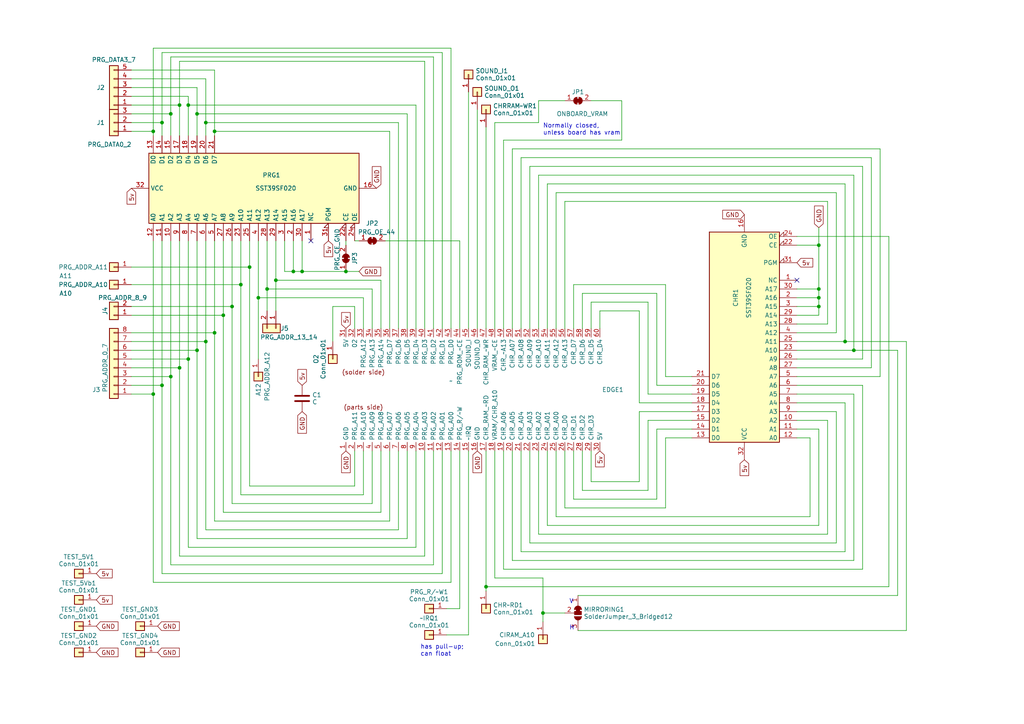
<source format=kicad_sch>
(kicad_sch (version 20230121) (generator eeschema)

  (uuid 2192d6b0-48d5-4c3b-ac98-ef3125814002)

  (paper "A4")

  (lib_symbols
    (symbol "Connector_Generic:Conn_01x01" (pin_names (offset 1.016) hide) (in_bom yes) (on_board yes)
      (property "Reference" "J" (at 0 2.54 0)
        (effects (font (size 1.27 1.27)))
      )
      (property "Value" "Conn_01x01" (at 0 -2.54 0)
        (effects (font (size 1.27 1.27)))
      )
      (property "Footprint" "" (at 0 0 0)
        (effects (font (size 1.27 1.27)) hide)
      )
      (property "Datasheet" "~" (at 0 0 0)
        (effects (font (size 1.27 1.27)) hide)
      )
      (property "ki_keywords" "connector" (at 0 0 0)
        (effects (font (size 1.27 1.27)) hide)
      )
      (property "ki_description" "Generic connector, single row, 01x01, script generated (kicad-library-utils/schlib/autogen/connector/)" (at 0 0 0)
        (effects (font (size 1.27 1.27)) hide)
      )
      (property "ki_fp_filters" "Connector*:*_1x??_*" (at 0 0 0)
        (effects (font (size 1.27 1.27)) hide)
      )
      (symbol "Conn_01x01_1_1"
        (rectangle (start -1.27 0.127) (end 0 -0.127)
          (stroke (width 0.1524) (type default))
          (fill (type none))
        )
        (rectangle (start -1.27 1.27) (end 1.27 -1.27)
          (stroke (width 0.254) (type default))
          (fill (type background))
        )
        (pin passive line (at -5.08 0 0) (length 3.81)
          (name "Pin_1" (effects (font (size 1.27 1.27))))
          (number "1" (effects (font (size 1.27 1.27))))
        )
      )
    )
    (symbol "Connector_Generic:Conn_01x02" (pin_names (offset 1.016) hide) (in_bom yes) (on_board yes)
      (property "Reference" "J" (at 0 2.54 0)
        (effects (font (size 1.27 1.27)))
      )
      (property "Value" "Conn_01x02" (at 0 -5.08 0)
        (effects (font (size 1.27 1.27)))
      )
      (property "Footprint" "" (at 0 0 0)
        (effects (font (size 1.27 1.27)) hide)
      )
      (property "Datasheet" "~" (at 0 0 0)
        (effects (font (size 1.27 1.27)) hide)
      )
      (property "ki_keywords" "connector" (at 0 0 0)
        (effects (font (size 1.27 1.27)) hide)
      )
      (property "ki_description" "Generic connector, single row, 01x02, script generated (kicad-library-utils/schlib/autogen/connector/)" (at 0 0 0)
        (effects (font (size 1.27 1.27)) hide)
      )
      (property "ki_fp_filters" "Connector*:*_1x??_*" (at 0 0 0)
        (effects (font (size 1.27 1.27)) hide)
      )
      (symbol "Conn_01x02_1_1"
        (rectangle (start -1.27 -2.413) (end 0 -2.667)
          (stroke (width 0.1524) (type default))
          (fill (type none))
        )
        (rectangle (start -1.27 0.127) (end 0 -0.127)
          (stroke (width 0.1524) (type default))
          (fill (type none))
        )
        (rectangle (start -1.27 1.27) (end 1.27 -3.81)
          (stroke (width 0.254) (type default))
          (fill (type background))
        )
        (pin passive line (at -5.08 0 0) (length 3.81)
          (name "Pin_1" (effects (font (size 1.27 1.27))))
          (number "1" (effects (font (size 1.27 1.27))))
        )
        (pin passive line (at -5.08 -2.54 0) (length 3.81)
          (name "Pin_2" (effects (font (size 1.27 1.27))))
          (number "2" (effects (font (size 1.27 1.27))))
        )
      )
    )
    (symbol "Connector_Generic:Conn_01x03" (pin_names (offset 1.016) hide) (in_bom yes) (on_board yes)
      (property "Reference" "J" (at 0 5.08 0)
        (effects (font (size 1.27 1.27)))
      )
      (property "Value" "Conn_01x03" (at 0 -5.08 0)
        (effects (font (size 1.27 1.27)))
      )
      (property "Footprint" "" (at 0 0 0)
        (effects (font (size 1.27 1.27)) hide)
      )
      (property "Datasheet" "~" (at 0 0 0)
        (effects (font (size 1.27 1.27)) hide)
      )
      (property "ki_keywords" "connector" (at 0 0 0)
        (effects (font (size 1.27 1.27)) hide)
      )
      (property "ki_description" "Generic connector, single row, 01x03, script generated (kicad-library-utils/schlib/autogen/connector/)" (at 0 0 0)
        (effects (font (size 1.27 1.27)) hide)
      )
      (property "ki_fp_filters" "Connector*:*_1x??_*" (at 0 0 0)
        (effects (font (size 1.27 1.27)) hide)
      )
      (symbol "Conn_01x03_1_1"
        (rectangle (start -1.27 -2.413) (end 0 -2.667)
          (stroke (width 0.1524) (type default))
          (fill (type none))
        )
        (rectangle (start -1.27 0.127) (end 0 -0.127)
          (stroke (width 0.1524) (type default))
          (fill (type none))
        )
        (rectangle (start -1.27 2.667) (end 0 2.413)
          (stroke (width 0.1524) (type default))
          (fill (type none))
        )
        (rectangle (start -1.27 3.81) (end 1.27 -3.81)
          (stroke (width 0.254) (type default))
          (fill (type background))
        )
        (pin passive line (at -5.08 2.54 0) (length 3.81)
          (name "Pin_1" (effects (font (size 1.27 1.27))))
          (number "1" (effects (font (size 1.27 1.27))))
        )
        (pin passive line (at -5.08 0 0) (length 3.81)
          (name "Pin_2" (effects (font (size 1.27 1.27))))
          (number "2" (effects (font (size 1.27 1.27))))
        )
        (pin passive line (at -5.08 -2.54 0) (length 3.81)
          (name "Pin_3" (effects (font (size 1.27 1.27))))
          (number "3" (effects (font (size 1.27 1.27))))
        )
      )
    )
    (symbol "Connector_Generic:Conn_01x05" (pin_names (offset 1.016) hide) (in_bom yes) (on_board yes)
      (property "Reference" "J" (at 0 7.62 0)
        (effects (font (size 1.27 1.27)))
      )
      (property "Value" "Conn_01x05" (at 0 -7.62 0)
        (effects (font (size 1.27 1.27)))
      )
      (property "Footprint" "" (at 0 0 0)
        (effects (font (size 1.27 1.27)) hide)
      )
      (property "Datasheet" "~" (at 0 0 0)
        (effects (font (size 1.27 1.27)) hide)
      )
      (property "ki_keywords" "connector" (at 0 0 0)
        (effects (font (size 1.27 1.27)) hide)
      )
      (property "ki_description" "Generic connector, single row, 01x05, script generated (kicad-library-utils/schlib/autogen/connector/)" (at 0 0 0)
        (effects (font (size 1.27 1.27)) hide)
      )
      (property "ki_fp_filters" "Connector*:*_1x??_*" (at 0 0 0)
        (effects (font (size 1.27 1.27)) hide)
      )
      (symbol "Conn_01x05_1_1"
        (rectangle (start -1.27 -4.953) (end 0 -5.207)
          (stroke (width 0.1524) (type default))
          (fill (type none))
        )
        (rectangle (start -1.27 -2.413) (end 0 -2.667)
          (stroke (width 0.1524) (type default))
          (fill (type none))
        )
        (rectangle (start -1.27 0.127) (end 0 -0.127)
          (stroke (width 0.1524) (type default))
          (fill (type none))
        )
        (rectangle (start -1.27 2.667) (end 0 2.413)
          (stroke (width 0.1524) (type default))
          (fill (type none))
        )
        (rectangle (start -1.27 5.207) (end 0 4.953)
          (stroke (width 0.1524) (type default))
          (fill (type none))
        )
        (rectangle (start -1.27 6.35) (end 1.27 -6.35)
          (stroke (width 0.254) (type default))
          (fill (type background))
        )
        (pin passive line (at -5.08 5.08 0) (length 3.81)
          (name "Pin_1" (effects (font (size 1.27 1.27))))
          (number "1" (effects (font (size 1.27 1.27))))
        )
        (pin passive line (at -5.08 2.54 0) (length 3.81)
          (name "Pin_2" (effects (font (size 1.27 1.27))))
          (number "2" (effects (font (size 1.27 1.27))))
        )
        (pin passive line (at -5.08 0 0) (length 3.81)
          (name "Pin_3" (effects (font (size 1.27 1.27))))
          (number "3" (effects (font (size 1.27 1.27))))
        )
        (pin passive line (at -5.08 -2.54 0) (length 3.81)
          (name "Pin_4" (effects (font (size 1.27 1.27))))
          (number "4" (effects (font (size 1.27 1.27))))
        )
        (pin passive line (at -5.08 -5.08 0) (length 3.81)
          (name "Pin_5" (effects (font (size 1.27 1.27))))
          (number "5" (effects (font (size 1.27 1.27))))
        )
      )
    )
    (symbol "Connector_Generic:Conn_01x08" (pin_names (offset 1.016) hide) (in_bom yes) (on_board yes)
      (property "Reference" "J" (at 0 10.16 0)
        (effects (font (size 1.27 1.27)))
      )
      (property "Value" "Conn_01x08" (at 0 -12.7 0)
        (effects (font (size 1.27 1.27)))
      )
      (property "Footprint" "" (at 0 0 0)
        (effects (font (size 1.27 1.27)) hide)
      )
      (property "Datasheet" "~" (at 0 0 0)
        (effects (font (size 1.27 1.27)) hide)
      )
      (property "ki_keywords" "connector" (at 0 0 0)
        (effects (font (size 1.27 1.27)) hide)
      )
      (property "ki_description" "Generic connector, single row, 01x08, script generated (kicad-library-utils/schlib/autogen/connector/)" (at 0 0 0)
        (effects (font (size 1.27 1.27)) hide)
      )
      (property "ki_fp_filters" "Connector*:*_1x??_*" (at 0 0 0)
        (effects (font (size 1.27 1.27)) hide)
      )
      (symbol "Conn_01x08_1_1"
        (rectangle (start -1.27 -10.033) (end 0 -10.287)
          (stroke (width 0.1524) (type default))
          (fill (type none))
        )
        (rectangle (start -1.27 -7.493) (end 0 -7.747)
          (stroke (width 0.1524) (type default))
          (fill (type none))
        )
        (rectangle (start -1.27 -4.953) (end 0 -5.207)
          (stroke (width 0.1524) (type default))
          (fill (type none))
        )
        (rectangle (start -1.27 -2.413) (end 0 -2.667)
          (stroke (width 0.1524) (type default))
          (fill (type none))
        )
        (rectangle (start -1.27 0.127) (end 0 -0.127)
          (stroke (width 0.1524) (type default))
          (fill (type none))
        )
        (rectangle (start -1.27 2.667) (end 0 2.413)
          (stroke (width 0.1524) (type default))
          (fill (type none))
        )
        (rectangle (start -1.27 5.207) (end 0 4.953)
          (stroke (width 0.1524) (type default))
          (fill (type none))
        )
        (rectangle (start -1.27 7.747) (end 0 7.493)
          (stroke (width 0.1524) (type default))
          (fill (type none))
        )
        (rectangle (start -1.27 8.89) (end 1.27 -11.43)
          (stroke (width 0.254) (type default))
          (fill (type background))
        )
        (pin passive line (at -5.08 7.62 0) (length 3.81)
          (name "Pin_1" (effects (font (size 1.27 1.27))))
          (number "1" (effects (font (size 1.27 1.27))))
        )
        (pin passive line (at -5.08 5.08 0) (length 3.81)
          (name "Pin_2" (effects (font (size 1.27 1.27))))
          (number "2" (effects (font (size 1.27 1.27))))
        )
        (pin passive line (at -5.08 2.54 0) (length 3.81)
          (name "Pin_3" (effects (font (size 1.27 1.27))))
          (number "3" (effects (font (size 1.27 1.27))))
        )
        (pin passive line (at -5.08 0 0) (length 3.81)
          (name "Pin_4" (effects (font (size 1.27 1.27))))
          (number "4" (effects (font (size 1.27 1.27))))
        )
        (pin passive line (at -5.08 -2.54 0) (length 3.81)
          (name "Pin_5" (effects (font (size 1.27 1.27))))
          (number "5" (effects (font (size 1.27 1.27))))
        )
        (pin passive line (at -5.08 -5.08 0) (length 3.81)
          (name "Pin_6" (effects (font (size 1.27 1.27))))
          (number "6" (effects (font (size 1.27 1.27))))
        )
        (pin passive line (at -5.08 -7.62 0) (length 3.81)
          (name "Pin_7" (effects (font (size 1.27 1.27))))
          (number "7" (effects (font (size 1.27 1.27))))
        )
        (pin passive line (at -5.08 -10.16 0) (length 3.81)
          (name "Pin_8" (effects (font (size 1.27 1.27))))
          (number "8" (effects (font (size 1.27 1.27))))
        )
      )
    )
    (symbol "Device:C" (pin_numbers hide) (pin_names (offset 0.254)) (in_bom yes) (on_board yes)
      (property "Reference" "C" (at 0.635 2.54 0)
        (effects (font (size 1.27 1.27)) (justify left))
      )
      (property "Value" "C" (at 0.635 -2.54 0)
        (effects (font (size 1.27 1.27)) (justify left))
      )
      (property "Footprint" "" (at 0.9652 -3.81 0)
        (effects (font (size 1.27 1.27)) hide)
      )
      (property "Datasheet" "~" (at 0 0 0)
        (effects (font (size 1.27 1.27)) hide)
      )
      (property "ki_keywords" "cap capacitor" (at 0 0 0)
        (effects (font (size 1.27 1.27)) hide)
      )
      (property "ki_description" "Unpolarized capacitor" (at 0 0 0)
        (effects (font (size 1.27 1.27)) hide)
      )
      (property "ki_fp_filters" "C_*" (at 0 0 0)
        (effects (font (size 1.27 1.27)) hide)
      )
      (symbol "C_0_1"
        (polyline
          (pts
            (xy -2.032 -0.762)
            (xy 2.032 -0.762)
          )
          (stroke (width 0.508) (type default))
          (fill (type none))
        )
        (polyline
          (pts
            (xy -2.032 0.762)
            (xy 2.032 0.762)
          )
          (stroke (width 0.508) (type default))
          (fill (type none))
        )
      )
      (symbol "C_1_1"
        (pin passive line (at 0 3.81 270) (length 2.794)
          (name "~" (effects (font (size 1.27 1.27))))
          (number "1" (effects (font (size 1.27 1.27))))
        )
        (pin passive line (at 0 -3.81 90) (length 2.794)
          (name "~" (effects (font (size 1.27 1.27))))
          (number "2" (effects (font (size 1.27 1.27))))
        )
      )
    )
    (symbol "Jumper:SolderJumper_2_Bridged" (pin_names (offset 0) hide) (in_bom yes) (on_board yes)
      (property "Reference" "JP" (at 0 2.032 0)
        (effects (font (size 1.27 1.27)))
      )
      (property "Value" "SolderJumper_2_Bridged" (at 0 -2.54 0)
        (effects (font (size 1.27 1.27)))
      )
      (property "Footprint" "" (at 0 0 0)
        (effects (font (size 1.27 1.27)) hide)
      )
      (property "Datasheet" "~" (at 0 0 0)
        (effects (font (size 1.27 1.27)) hide)
      )
      (property "ki_keywords" "solder jumper SPST" (at 0 0 0)
        (effects (font (size 1.27 1.27)) hide)
      )
      (property "ki_description" "Solder Jumper, 2-pole, closed/bridged" (at 0 0 0)
        (effects (font (size 1.27 1.27)) hide)
      )
      (property "ki_fp_filters" "SolderJumper*Bridged*" (at 0 0 0)
        (effects (font (size 1.27 1.27)) hide)
      )
      (symbol "SolderJumper_2_Bridged_0_1"
        (rectangle (start -0.508 0.508) (end 0.508 -0.508)
          (stroke (width 0) (type default))
          (fill (type outline))
        )
        (arc (start -0.254 1.016) (mid -1.2656 0) (end -0.254 -1.016)
          (stroke (width 0) (type default))
          (fill (type none))
        )
        (arc (start -0.254 1.016) (mid -1.2656 0) (end -0.254 -1.016)
          (stroke (width 0) (type default))
          (fill (type outline))
        )
        (polyline
          (pts
            (xy -0.254 1.016)
            (xy -0.254 -1.016)
          )
          (stroke (width 0) (type default))
          (fill (type none))
        )
        (polyline
          (pts
            (xy 0.254 1.016)
            (xy 0.254 -1.016)
          )
          (stroke (width 0) (type default))
          (fill (type none))
        )
        (arc (start 0.254 -1.016) (mid 1.2656 0) (end 0.254 1.016)
          (stroke (width 0) (type default))
          (fill (type none))
        )
        (arc (start 0.254 -1.016) (mid 1.2656 0) (end 0.254 1.016)
          (stroke (width 0) (type default))
          (fill (type outline))
        )
      )
      (symbol "SolderJumper_2_Bridged_1_1"
        (pin passive line (at -3.81 0 0) (length 2.54)
          (name "A" (effects (font (size 1.27 1.27))))
          (number "1" (effects (font (size 1.27 1.27))))
        )
        (pin passive line (at 3.81 0 180) (length 2.54)
          (name "B" (effects (font (size 1.27 1.27))))
          (number "2" (effects (font (size 1.27 1.27))))
        )
      )
    )
    (symbol "Jumper:SolderJumper_3_Bridged12" (pin_names (offset 0) hide) (in_bom yes) (on_board yes)
      (property "Reference" "JP" (at -2.54 -2.54 0)
        (effects (font (size 1.27 1.27)))
      )
      (property "Value" "SolderJumper_3_Bridged12" (at 0 2.794 0)
        (effects (font (size 1.27 1.27)))
      )
      (property "Footprint" "" (at 0 0 0)
        (effects (font (size 1.27 1.27)) hide)
      )
      (property "Datasheet" "~" (at 0 0 0)
        (effects (font (size 1.27 1.27)) hide)
      )
      (property "ki_keywords" "Solder Jumper SPDT" (at 0 0 0)
        (effects (font (size 1.27 1.27)) hide)
      )
      (property "ki_description" "3-pole Solder Jumper, pins 1+2 closed/bridged" (at 0 0 0)
        (effects (font (size 1.27 1.27)) hide)
      )
      (property "ki_fp_filters" "SolderJumper*Bridged12*" (at 0 0 0)
        (effects (font (size 1.27 1.27)) hide)
      )
      (symbol "SolderJumper_3_Bridged12_0_1"
        (rectangle (start -1.016 0.508) (end -0.508 -0.508)
          (stroke (width 0) (type default))
          (fill (type outline))
        )
        (arc (start -1.016 1.016) (mid -2.0276 0) (end -1.016 -1.016)
          (stroke (width 0) (type default))
          (fill (type none))
        )
        (arc (start -1.016 1.016) (mid -2.0276 0) (end -1.016 -1.016)
          (stroke (width 0) (type default))
          (fill (type outline))
        )
        (rectangle (start -0.508 1.016) (end 0.508 -1.016)
          (stroke (width 0) (type default))
          (fill (type outline))
        )
        (polyline
          (pts
            (xy -2.54 0)
            (xy -2.032 0)
          )
          (stroke (width 0) (type default))
          (fill (type none))
        )
        (polyline
          (pts
            (xy -1.016 1.016)
            (xy -1.016 -1.016)
          )
          (stroke (width 0) (type default))
          (fill (type none))
        )
        (polyline
          (pts
            (xy 0 -1.27)
            (xy 0 -1.016)
          )
          (stroke (width 0) (type default))
          (fill (type none))
        )
        (polyline
          (pts
            (xy 1.016 1.016)
            (xy 1.016 -1.016)
          )
          (stroke (width 0) (type default))
          (fill (type none))
        )
        (polyline
          (pts
            (xy 2.54 0)
            (xy 2.032 0)
          )
          (stroke (width 0) (type default))
          (fill (type none))
        )
        (arc (start 1.016 -1.016) (mid 2.0276 0) (end 1.016 1.016)
          (stroke (width 0) (type default))
          (fill (type none))
        )
        (arc (start 1.016 -1.016) (mid 2.0276 0) (end 1.016 1.016)
          (stroke (width 0) (type default))
          (fill (type outline))
        )
      )
      (symbol "SolderJumper_3_Bridged12_1_1"
        (pin passive line (at -5.08 0 0) (length 2.54)
          (name "A" (effects (font (size 1.27 1.27))))
          (number "1" (effects (font (size 1.27 1.27))))
        )
        (pin passive line (at 0 -3.81 90) (length 2.54)
          (name "C" (effects (font (size 1.27 1.27))))
          (number "2" (effects (font (size 1.27 1.27))))
        )
        (pin passive line (at 5.08 0 180) (length 2.54)
          (name "B" (effects (font (size 1.27 1.27))))
          (number "3" (effects (font (size 1.27 1.27))))
        )
      )
    )
    (symbol "Memory_Flash:SST39SF020" (in_bom yes) (on_board yes)
      (property "Reference" "U" (at 2.54 33.02 0)
        (effects (font (size 1.27 1.27)))
      )
      (property "Value" "SST39SF020" (at 0 -30.48 0)
        (effects (font (size 1.27 1.27)))
      )
      (property "Footprint" "" (at 0 7.62 0)
        (effects (font (size 1.27 1.27)) hide)
      )
      (property "Datasheet" "http://ww1.microchip.com/downloads/en/DeviceDoc/25022B.pdf" (at 0 7.62 0)
        (effects (font (size 1.27 1.27)) hide)
      )
      (property "ki_keywords" "256k flash rom" (at 0 0 0)
        (effects (font (size 1.27 1.27)) hide)
      )
      (property "ki_description" "Silicon Storage Technology (SSF) 256k x 8 Flash ROM" (at 0 0 0)
        (effects (font (size 1.27 1.27)) hide)
      )
      (symbol "SST39SF020_0_0"
        (pin power_in line (at 0 -34.29 90) (length 5.08)
          (name "GND" (effects (font (size 1.27 1.27))))
          (number "16" (effects (font (size 1.27 1.27))))
        )
        (pin power_in line (at 0 36.83 270) (length 5.08)
          (name "VCC" (effects (font (size 1.27 1.27))))
          (number "32" (effects (font (size 1.27 1.27))))
        )
      )
      (symbol "SST39SF020_0_1"
        (rectangle (start -10.16 31.75) (end 10.16 -29.21)
          (stroke (width 0.254) (type default))
          (fill (type background))
        )
      )
      (symbol "SST39SF020_1_1"
        (pin input line (at -15.24 -15.24 0) (length 5.08)
          (name "NC" (effects (font (size 1.27 1.27))))
          (number "1" (effects (font (size 1.27 1.27))))
        )
        (pin input line (at -15.24 25.4 0) (length 5.08)
          (name "A2" (effects (font (size 1.27 1.27))))
          (number "10" (effects (font (size 1.27 1.27))))
        )
        (pin input line (at -15.24 27.94 0) (length 5.08)
          (name "A1" (effects (font (size 1.27 1.27))))
          (number "11" (effects (font (size 1.27 1.27))))
        )
        (pin input line (at -15.24 30.48 0) (length 5.08)
          (name "A0" (effects (font (size 1.27 1.27))))
          (number "12" (effects (font (size 1.27 1.27))))
        )
        (pin tri_state line (at 15.24 30.48 180) (length 5.08)
          (name "D0" (effects (font (size 1.27 1.27))))
          (number "13" (effects (font (size 1.27 1.27))))
        )
        (pin tri_state line (at 15.24 27.94 180) (length 5.08)
          (name "D1" (effects (font (size 1.27 1.27))))
          (number "14" (effects (font (size 1.27 1.27))))
        )
        (pin tri_state line (at 15.24 25.4 180) (length 5.08)
          (name "D2" (effects (font (size 1.27 1.27))))
          (number "15" (effects (font (size 1.27 1.27))))
        )
        (pin tri_state line (at 15.24 22.86 180) (length 5.08)
          (name "D3" (effects (font (size 1.27 1.27))))
          (number "17" (effects (font (size 1.27 1.27))))
        )
        (pin tri_state line (at 15.24 20.32 180) (length 5.08)
          (name "D4" (effects (font (size 1.27 1.27))))
          (number "18" (effects (font (size 1.27 1.27))))
        )
        (pin tri_state line (at 15.24 17.78 180) (length 5.08)
          (name "D5" (effects (font (size 1.27 1.27))))
          (number "19" (effects (font (size 1.27 1.27))))
        )
        (pin input line (at -15.24 -10.16 0) (length 5.08)
          (name "A16" (effects (font (size 1.27 1.27))))
          (number "2" (effects (font (size 1.27 1.27))))
        )
        (pin tri_state line (at 15.24 15.24 180) (length 5.08)
          (name "D6" (effects (font (size 1.27 1.27))))
          (number "20" (effects (font (size 1.27 1.27))))
        )
        (pin tri_state line (at 15.24 12.7 180) (length 5.08)
          (name "D7" (effects (font (size 1.27 1.27))))
          (number "21" (effects (font (size 1.27 1.27))))
        )
        (pin input input_low (at -15.24 -25.4 0) (length 5.08)
          (name "CE" (effects (font (size 1.27 1.27))))
          (number "22" (effects (font (size 1.27 1.27))))
        )
        (pin input line (at -15.24 5.08 0) (length 5.08)
          (name "A10" (effects (font (size 1.27 1.27))))
          (number "23" (effects (font (size 1.27 1.27))))
        )
        (pin input input_low (at -15.24 -27.94 0) (length 5.08)
          (name "OE" (effects (font (size 1.27 1.27))))
          (number "24" (effects (font (size 1.27 1.27))))
        )
        (pin input line (at -15.24 2.54 0) (length 5.08)
          (name "A11" (effects (font (size 1.27 1.27))))
          (number "25" (effects (font (size 1.27 1.27))))
        )
        (pin input line (at -15.24 7.62 0) (length 5.08)
          (name "A9" (effects (font (size 1.27 1.27))))
          (number "26" (effects (font (size 1.27 1.27))))
        )
        (pin input line (at -15.24 10.16 0) (length 5.08)
          (name "A8" (effects (font (size 1.27 1.27))))
          (number "27" (effects (font (size 1.27 1.27))))
        )
        (pin input line (at -15.24 -2.54 0) (length 5.08)
          (name "A13" (effects (font (size 1.27 1.27))))
          (number "28" (effects (font (size 1.27 1.27))))
        )
        (pin input line (at -15.24 -5.08 0) (length 5.08)
          (name "A14" (effects (font (size 1.27 1.27))))
          (number "29" (effects (font (size 1.27 1.27))))
        )
        (pin input line (at -15.24 -7.62 0) (length 5.08)
          (name "A15" (effects (font (size 1.27 1.27))))
          (number "3" (effects (font (size 1.27 1.27))))
        )
        (pin input line (at -15.24 -12.7 0) (length 5.08)
          (name "A17" (effects (font (size 1.27 1.27))))
          (number "30" (effects (font (size 1.27 1.27))))
        )
        (pin input input_low (at -15.24 -20.32 0) (length 5.08)
          (name "PGM" (effects (font (size 1.27 1.27))))
          (number "31" (effects (font (size 1.27 1.27))))
        )
        (pin input line (at -15.24 0 0) (length 5.08)
          (name "A12" (effects (font (size 1.27 1.27))))
          (number "4" (effects (font (size 1.27 1.27))))
        )
        (pin input line (at -15.24 12.7 0) (length 5.08)
          (name "A7" (effects (font (size 1.27 1.27))))
          (number "5" (effects (font (size 1.27 1.27))))
        )
        (pin input line (at -15.24 15.24 0) (length 5.08)
          (name "A6" (effects (font (size 1.27 1.27))))
          (number "6" (effects (font (size 1.27 1.27))))
        )
        (pin input line (at -15.24 17.78 0) (length 5.08)
          (name "A5" (effects (font (size 1.27 1.27))))
          (number "7" (effects (font (size 1.27 1.27))))
        )
        (pin input line (at -15.24 20.32 0) (length 5.08)
          (name "A4" (effects (font (size 1.27 1.27))))
          (number "8" (effects (font (size 1.27 1.27))))
        )
        (pin input line (at -15.24 22.86 0) (length 5.08)
          (name "A3" (effects (font (size 1.27 1.27))))
          (number "9" (effects (font (size 1.27 1.27))))
        )
      )
    )
    (symbol "famicom:famicartedge" (in_bom yes) (on_board yes)
      (property "Reference" "EDGE" (at 20.32 -2.54 0)
        (effects (font (size 1.27 1.27)))
      )
      (property "Value" "" (at 0 0 0)
        (effects (font (size 1.27 1.27)))
      )
      (property "Footprint" "" (at 0 0 0)
        (effects (font (size 1.27 1.27)) hide)
      )
      (property "Datasheet" "" (at 0 0 0)
        (effects (font (size 1.27 1.27)) hide)
      )
      (symbol "famicartedge_1_1"
        (text "(parts side)" (at -25.4 -7.62 0)
          (effects (font (size 1.27 1.27)))
        )
        (text "(solder side)" (at -25.4 2.54 0)
          (effects (font (size 1.27 1.27)))
        )
        (pin input line (at -30.48 -20.32 90) (length 2.54)
          (name "GND" (effects (font (size 1.27 1.27))))
          (number "1" (effects (font (size 1.27 1.27))))
        )
        (pin input line (at -7.62 -20.32 90) (length 2.54)
          (name "PRG_A03" (effects (font (size 1.27 1.27))))
          (number "10" (effects (font (size 1.27 1.27))))
        )
        (pin input line (at -5.08 -20.32 90) (length 2.54)
          (name "PRG_A02" (effects (font (size 1.27 1.27))))
          (number "11" (effects (font (size 1.27 1.27))))
        )
        (pin input line (at -2.54 -20.32 90) (length 2.54)
          (name "PRG_A01" (effects (font (size 1.27 1.27))))
          (number "12" (effects (font (size 1.27 1.27))))
        )
        (pin input line (at 0 -20.32 90) (length 2.54)
          (name "PRG_A00" (effects (font (size 1.27 1.27))))
          (number "13" (effects (font (size 1.27 1.27))))
        )
        (pin input line (at 2.54 -20.32 90) (length 2.54)
          (name "PRG_R/~W" (effects (font (size 1.27 1.27))))
          (number "14" (effects (font (size 1.27 1.27))))
        )
        (pin input line (at 5.08 -20.32 90) (length 2.54)
          (name "~IRQ" (effects (font (size 1.27 1.27))))
          (number "15" (effects (font (size 1.27 1.27))))
        )
        (pin input line (at 7.62 -20.32 90) (length 2.54)
          (name "GND" (effects (font (size 1.27 1.27))))
          (number "16" (effects (font (size 1.27 1.27))))
        )
        (pin input line (at 10.16 -20.32 90) (length 2.54)
          (name "CHR_RAM_~RD" (effects (font (size 1.27 1.27))))
          (number "17" (effects (font (size 1.27 1.27))))
        )
        (pin input line (at 12.7 -20.32 90) (length 2.54)
          (name "VRAM/CHR_A10" (effects (font (size 1.27 1.27))))
          (number "18" (effects (font (size 1.27 1.27))))
        )
        (pin input line (at 15.24 -20.32 90) (length 2.54)
          (name "CHR_A06" (effects (font (size 1.27 1.27))))
          (number "19" (effects (font (size 1.27 1.27))))
        )
        (pin input line (at -27.94 -20.32 90) (length 2.54)
          (name "PRG_A11" (effects (font (size 1.27 1.27))))
          (number "2" (effects (font (size 1.27 1.27))))
        )
        (pin input line (at 17.78 -20.32 90) (length 2.54)
          (name "CHR_A05" (effects (font (size 1.27 1.27))))
          (number "20" (effects (font (size 1.27 1.27))))
        )
        (pin input line (at 20.32 -20.32 90) (length 2.54)
          (name "CHR_A04" (effects (font (size 1.27 1.27))))
          (number "21" (effects (font (size 1.27 1.27))))
        )
        (pin input line (at 22.86 -20.32 90) (length 2.54)
          (name "CHR_A03" (effects (font (size 1.27 1.27))))
          (number "22" (effects (font (size 1.27 1.27))))
        )
        (pin input line (at 25.4 -20.32 90) (length 2.54)
          (name "CHR_A02" (effects (font (size 1.27 1.27))))
          (number "23" (effects (font (size 1.27 1.27))))
        )
        (pin input line (at 27.94 -20.32 90) (length 2.54)
          (name "CHR_A01" (effects (font (size 1.27 1.27))))
          (number "24" (effects (font (size 1.27 1.27))))
        )
        (pin input line (at 30.48 -20.32 90) (length 2.54)
          (name "CHR_A00" (effects (font (size 1.27 1.27))))
          (number "25" (effects (font (size 1.27 1.27))))
        )
        (pin input line (at 33.02 -20.32 90) (length 2.54)
          (name "CHR_D0" (effects (font (size 1.27 1.27))))
          (number "26" (effects (font (size 1.27 1.27))))
        )
        (pin input line (at 35.56 -20.32 90) (length 2.54)
          (name "CHR_D1" (effects (font (size 1.27 1.27))))
          (number "27" (effects (font (size 1.27 1.27))))
        )
        (pin input line (at 38.1 -20.32 90) (length 2.54)
          (name "CHR_D2" (effects (font (size 1.27 1.27))))
          (number "28" (effects (font (size 1.27 1.27))))
        )
        (pin input line (at 40.64 -20.32 90) (length 2.54)
          (name "CHR_D3" (effects (font (size 1.27 1.27))))
          (number "29" (effects (font (size 1.27 1.27))))
        )
        (pin input line (at -25.4 -20.32 90) (length 2.54)
          (name "PRG_A10" (effects (font (size 1.27 1.27))))
          (number "3" (effects (font (size 1.27 1.27))))
        )
        (pin input line (at 43.18 -20.32 90) (length 2.54)
          (name "5V" (effects (font (size 1.27 1.27))))
          (number "30" (effects (font (size 1.27 1.27))))
        )
        (pin input line (at -30.48 15.24 270) (length 2.54)
          (name "5V" (effects (font (size 1.27 1.27))))
          (number "31" (effects (font (size 1.27 1.27))))
        )
        (pin input line (at -27.94 15.24 270) (length 2.54)
          (name "02" (effects (font (size 1.27 1.27))))
          (number "32" (effects (font (size 1.27 1.27))))
        )
        (pin input line (at -25.4 15.24 270) (length 2.54)
          (name "PRG_A12" (effects (font (size 1.27 1.27))))
          (number "33" (effects (font (size 1.27 1.27))))
        )
        (pin input line (at -22.86 15.24 270) (length 2.54)
          (name "PRG_A13" (effects (font (size 1.27 1.27))))
          (number "34" (effects (font (size 1.27 1.27))))
        )
        (pin input line (at -20.32 15.24 270) (length 2.54)
          (name "PRG_A14" (effects (font (size 1.27 1.27))))
          (number "35" (effects (font (size 1.27 1.27))))
        )
        (pin input line (at -17.78 15.24 270) (length 2.54)
          (name "PRG_D7" (effects (font (size 1.27 1.27))))
          (number "36" (effects (font (size 1.27 1.27))))
        )
        (pin input line (at -15.24 15.24 270) (length 2.54)
          (name "PRG_D6" (effects (font (size 1.27 1.27))))
          (number "37" (effects (font (size 1.27 1.27))))
        )
        (pin input line (at -12.7 15.24 270) (length 2.54)
          (name "PRG_D5" (effects (font (size 1.27 1.27))))
          (number "38" (effects (font (size 1.27 1.27))))
        )
        (pin input line (at -10.16 15.24 270) (length 2.54)
          (name "PRG_D4" (effects (font (size 1.27 1.27))))
          (number "39" (effects (font (size 1.27 1.27))))
        )
        (pin input line (at -22.86 -20.32 90) (length 2.54)
          (name "PRG_A09" (effects (font (size 1.27 1.27))))
          (number "4" (effects (font (size 1.27 1.27))))
        )
        (pin input line (at -7.62 15.24 270) (length 2.54)
          (name "PRG_D3" (effects (font (size 1.27 1.27))))
          (number "40" (effects (font (size 1.27 1.27))))
        )
        (pin input line (at -5.08 15.24 270) (length 2.54)
          (name "PRG_D2" (effects (font (size 1.27 1.27))))
          (number "41" (effects (font (size 1.27 1.27))))
        )
        (pin input line (at -2.54 15.24 270) (length 2.54)
          (name "PRG_D1" (effects (font (size 1.27 1.27))))
          (number "42" (effects (font (size 1.27 1.27))))
        )
        (pin input line (at 0 15.24 270) (length 2.54)
          (name "PRG_D0" (effects (font (size 1.27 1.27))))
          (number "43" (effects (font (size 1.27 1.27))))
        )
        (pin input line (at 2.54 15.24 270) (length 2.54)
          (name "PRG_ROM_~CE" (effects (font (size 1.27 1.27))))
          (number "44" (effects (font (size 1.27 1.27))))
        )
        (pin input line (at 5.08 15.24 270) (length 2.54)
          (name "SOUND_I" (effects (font (size 1.27 1.27))))
          (number "45" (effects (font (size 1.27 1.27))))
        )
        (pin input line (at 7.62 15.24 270) (length 2.54)
          (name "SOUND_O" (effects (font (size 1.27 1.27))))
          (number "46" (effects (font (size 1.27 1.27))))
        )
        (pin input line (at 10.16 15.24 270) (length 2.54)
          (name "CHR_RAM_~WR" (effects (font (size 1.27 1.27))))
          (number "47" (effects (font (size 1.27 1.27))))
        )
        (pin input line (at 12.7 15.24 270) (length 2.54)
          (name "VRAM_~CE" (effects (font (size 1.27 1.27))))
          (number "48" (effects (font (size 1.27 1.27))))
        )
        (pin input line (at 15.24 15.24 270) (length 2.54)
          (name "CHR_~A13" (effects (font (size 1.27 1.27))))
          (number "49" (effects (font (size 1.27 1.27))))
        )
        (pin input line (at -20.32 -20.32 90) (length 2.54)
          (name "PRG_A08" (effects (font (size 1.27 1.27))))
          (number "5" (effects (font (size 1.27 1.27))))
        )
        (pin input line (at 17.78 15.24 270) (length 2.54)
          (name "CHR_A07" (effects (font (size 1.27 1.27))))
          (number "50" (effects (font (size 1.27 1.27))))
        )
        (pin input line (at 20.32 15.24 270) (length 2.54)
          (name "CHR_A08" (effects (font (size 1.27 1.27))))
          (number "51" (effects (font (size 1.27 1.27))))
        )
        (pin input line (at 22.86 15.24 270) (length 2.54)
          (name "CHR_A09" (effects (font (size 1.27 1.27))))
          (number "52" (effects (font (size 1.27 1.27))))
        )
        (pin input line (at 25.4 15.24 270) (length 2.54)
          (name "CHR_A10" (effects (font (size 1.27 1.27))))
          (number "53" (effects (font (size 1.27 1.27))))
        )
        (pin input line (at 27.94 15.24 270) (length 2.54)
          (name "CHR_A11" (effects (font (size 1.27 1.27))))
          (number "54" (effects (font (size 1.27 1.27))))
        )
        (pin input line (at 30.48 15.24 270) (length 2.54)
          (name "CHR_A12" (effects (font (size 1.27 1.27))))
          (number "55" (effects (font (size 1.27 1.27))))
        )
        (pin input line (at 33.02 15.24 270) (length 2.54)
          (name "CHR_A13" (effects (font (size 1.27 1.27))))
          (number "56" (effects (font (size 1.27 1.27))))
        )
        (pin input line (at 35.56 15.24 270) (length 2.54)
          (name "CHR_D7" (effects (font (size 1.27 1.27))))
          (number "57" (effects (font (size 1.27 1.27))))
        )
        (pin input line (at 38.1 15.24 270) (length 2.54)
          (name "CHR_D6" (effects (font (size 1.27 1.27))))
          (number "58" (effects (font (size 1.27 1.27))))
        )
        (pin input line (at 40.64 15.24 270) (length 2.54)
          (name "CHR_D5" (effects (font (size 1.27 1.27))))
          (number "59" (effects (font (size 1.27 1.27))))
        )
        (pin input line (at -17.78 -20.32 90) (length 2.54)
          (name "PRG_A07" (effects (font (size 1.27 1.27))))
          (number "6" (effects (font (size 1.27 1.27))))
        )
        (pin input line (at 43.18 15.24 270) (length 2.54)
          (name "CHR_D4" (effects (font (size 1.27 1.27))))
          (number "60" (effects (font (size 1.27 1.27))))
        )
        (pin input line (at -15.24 -20.32 90) (length 2.54)
          (name "PRG_A06" (effects (font (size 1.27 1.27))))
          (number "7" (effects (font (size 1.27 1.27))))
        )
        (pin input line (at -12.7 -20.32 90) (length 2.54)
          (name "PRG_A05" (effects (font (size 1.27 1.27))))
          (number "8" (effects (font (size 1.27 1.27))))
        )
        (pin input line (at -10.16 -20.32 90) (length 2.54)
          (name "PRG_A04" (effects (font (size 1.27 1.27))))
          (number "9" (effects (font (size 1.27 1.27))))
        )
      )
    )
  )

  (junction (at 85.09 78.74) (diameter 0) (color 0 0 0 0)
    (uuid 0bb7c97a-faeb-4ca7-9665-6a4f82f9c82b)
  )
  (junction (at 67.31 88.9) (diameter 0) (color 0 0 0 0)
    (uuid 0bec609d-c9f8-4312-8b1b-698ed8347f88)
  )
  (junction (at 57.15 101.6) (diameter 0) (color 0 0 0 0)
    (uuid 0e067022-04a4-434d-9899-e522eb247e3f)
  )
  (junction (at 100.33 78.74) (diameter 0) (color 0 0 0 0)
    (uuid 11735486-b558-417e-ac97-cec1ed0b745f)
  )
  (junction (at 62.23 96.52) (diameter 0) (color 0 0 0 0)
    (uuid 34e66991-ae9c-4ce7-a70d-1310cd2336a4)
  )
  (junction (at 54.61 104.14) (diameter 0) (color 0 0 0 0)
    (uuid 374e2910-b8bb-4c2f-9400-6e4566930a7f)
  )
  (junction (at 59.69 99.06) (diameter 0) (color 0 0 0 0)
    (uuid 41f25485-cb4a-464a-a996-af176db3200a)
  )
  (junction (at 140.97 170.18) (diameter 0) (color 0 0 0 0)
    (uuid 498b2355-2cce-47e3-940b-dd824f2fd8b3)
  )
  (junction (at 237.49 86.36) (diameter 0) (color 0 0 0 0)
    (uuid 615540d1-fbc3-4ce3-83c4-ee848a62e7fd)
  )
  (junction (at 237.49 71.12) (diameter 0) (color 0 0 0 0)
    (uuid 6a481540-f89a-46ba-aee2-32b72dd3c3e4)
  )
  (junction (at 44.45 114.3) (diameter 0) (color 0 0 0 0)
    (uuid 6db65555-359b-47de-96bb-22c3127380c2)
  )
  (junction (at 69.85 82.55) (diameter 0) (color 0 0 0 0)
    (uuid 8035199e-bc57-42c4-8ffe-7226b07b3113)
  )
  (junction (at 157.48 177.8) (diameter 0) (color 0 0 0 0)
    (uuid 8f519837-d84a-4bc7-91bb-bde7353df60e)
  )
  (junction (at 49.53 109.22) (diameter 0) (color 0 0 0 0)
    (uuid 97b4118c-37d2-4ade-8606-728af257c472)
  )
  (junction (at 44.45 38.1) (diameter 0) (color 0 0 0 0)
    (uuid 9d31e439-5283-4019-be1b-f9e8334bc23c)
  )
  (junction (at 49.53 33.02) (diameter 0) (color 0 0 0 0)
    (uuid a2e48767-c0c7-4c21-9712-2f3da7dc378c)
  )
  (junction (at 74.93 86.36) (diameter 0) (color 0 0 0 0)
    (uuid a323cda3-fe57-457e-81ba-bf26ddf5a9f6)
  )
  (junction (at 64.77 91.44) (diameter 0) (color 0 0 0 0)
    (uuid accc436c-f210-4d17-9118-096fc91334c9)
  )
  (junction (at 237.49 88.9) (diameter 0) (color 0 0 0 0)
    (uuid b1a61340-ed6b-4404-b2d2-c10279df7914)
  )
  (junction (at 245.11 99.06) (diameter 0) (color 0 0 0 0)
    (uuid b474f5d2-4de8-4ba8-8035-5542fccffe7f)
  )
  (junction (at 52.07 30.48) (diameter 0) (color 0 0 0 0)
    (uuid b99c860f-c642-4c7a-97bb-a5fe6c1b2d33)
  )
  (junction (at 62.23 38.1) (diameter 0) (color 0 0 0 0)
    (uuid bb20d9b4-75fd-4134-b121-62e60eda4888)
  )
  (junction (at 72.39 77.47) (diameter 0) (color 0 0 0 0)
    (uuid c1f04524-6428-487b-9740-1ab95dd45752)
  )
  (junction (at 80.01 81.28) (diameter 0) (color 0 0 0 0)
    (uuid c3048485-e86c-47de-8dfe-2cf3ecf20937)
  )
  (junction (at 52.07 106.68) (diameter 0) (color 0 0 0 0)
    (uuid caa295de-261d-4d20-bfb9-cb3387d3efb1)
  )
  (junction (at 46.99 111.76) (diameter 0) (color 0 0 0 0)
    (uuid d61c673d-414c-4eb0-aec3-882827e18558)
  )
  (junction (at 46.99 35.56) (diameter 0) (color 0 0 0 0)
    (uuid d7cd3d78-75e8-427b-8708-2c219f6e6a7f)
  )
  (junction (at 59.69 35.56) (diameter 0) (color 0 0 0 0)
    (uuid dbeb1d9a-e0a7-4245-844f-40c26dd7e8a1)
  )
  (junction (at 54.61 30.48) (diameter 0) (color 0 0 0 0)
    (uuid e2a95b66-033e-4d0e-997d-7fdfe85345ae)
  )
  (junction (at 237.49 83.82) (diameter 0) (color 0 0 0 0)
    (uuid e2bcbd8b-5aab-4488-9900-fe6dabeba4b7)
  )
  (junction (at 87.63 78.74) (diameter 0) (color 0 0 0 0)
    (uuid eedee961-53df-459f-b0b7-448c27db4822)
  )
  (junction (at 247.65 101.6) (diameter 0) (color 0 0 0 0)
    (uuid f0191b90-4109-4dbd-83c3-0bb139ab0223)
  )
  (junction (at 57.15 33.02) (diameter 0) (color 0 0 0 0)
    (uuid f31a1227-ed86-4641-b07e-d002660c4ab2)
  )
  (junction (at 77.47 83.82) (diameter 0) (color 0 0 0 0)
    (uuid fcc19214-3abe-4004-b589-ab34eddf705b)
  )

  (no_connect (at 90.17 69.85) (uuid 1de0dfd2-657d-4f9f-8c29-000ceb2a0c71))
  (no_connect (at 231.14 81.28) (uuid f8c11af0-39bc-44cc-80cf-5ba79c9294c3))

  (wire (pts (xy 128.27 15.24) (xy 46.99 15.24))
    (stroke (width 0) (type default))
    (uuid 009dea27-7f10-426f-ab76-361fa531aa28)
  )
  (wire (pts (xy 64.77 148.59) (xy 64.77 91.44))
    (stroke (width 0) (type default))
    (uuid 012c944f-f2b2-4d16-918e-33ff48d6c087)
  )
  (wire (pts (xy 234.95 127) (xy 231.14 127))
    (stroke (width 0) (type default))
    (uuid 01419ce3-48eb-49fd-9790-08040a783da8)
  )
  (wire (pts (xy 133.35 176.53) (xy 129.54 176.53))
    (stroke (width 0) (type default))
    (uuid 03ef99e5-6506-4004-ab4b-10666521ff43)
  )
  (wire (pts (xy 38.1 91.44) (xy 64.77 91.44))
    (stroke (width 0) (type default))
    (uuid 063de6bb-01ab-4d6b-9bc2-703b4b2b0594)
  )
  (wire (pts (xy 247.65 162.56) (xy 247.65 114.3))
    (stroke (width 0) (type default))
    (uuid 06547088-9958-4091-a817-2b7c08f1bbfc)
  )
  (wire (pts (xy 46.99 35.56) (xy 46.99 39.37))
    (stroke (width 0) (type default))
    (uuid 0b146ef7-325c-473a-938e-399dcd7e332d)
  )
  (wire (pts (xy 115.57 153.67) (xy 59.69 153.67))
    (stroke (width 0) (type default))
    (uuid 0ec36e4a-d3d0-4022-88cd-8e65a19300e8)
  )
  (wire (pts (xy 168.91 85.09) (xy 190.5 85.09))
    (stroke (width 0) (type default))
    (uuid 10680add-762c-4000-9399-c1ae6813241d)
  )
  (wire (pts (xy 140.97 36.83) (xy 140.97 95.25))
    (stroke (width 0) (type default))
    (uuid 10c5aae3-84e9-408f-a359-6d254dcab553)
  )
  (wire (pts (xy 120.65 30.48) (xy 120.65 95.25))
    (stroke (width 0) (type default))
    (uuid 120e2708-02b8-43e2-b0c4-ec15bdf22c77)
  )
  (wire (pts (xy 57.15 33.02) (xy 57.15 39.37))
    (stroke (width 0) (type default))
    (uuid 126b900b-ae5a-4c18-855d-f6886d30fed5)
  )
  (wire (pts (xy 102.87 88.9) (xy 102.87 95.25))
    (stroke (width 0) (type default))
    (uuid 135cbe8d-6455-46d8-9038-c2cb3b4f9116)
  )
  (wire (pts (xy 113.03 38.1) (xy 62.23 38.1))
    (stroke (width 0) (type default))
    (uuid 154806b9-4183-42c5-a8b1-b9b08885f22a)
  )
  (wire (pts (xy 231.14 116.84) (xy 245.11 116.84))
    (stroke (width 0) (type default))
    (uuid 166361b0-c544-43eb-af54-352a2edfd542)
  )
  (wire (pts (xy 59.69 69.85) (xy 59.69 99.06))
    (stroke (width 0) (type default))
    (uuid 1691905b-3667-4acd-a3a8-2577c22e7a2c)
  )
  (wire (pts (xy 187.96 121.92) (xy 200.66 121.92))
    (stroke (width 0) (type default))
    (uuid 171b4392-26ee-4090-9a0c-cb6068aedaab)
  )
  (wire (pts (xy 52.07 30.48) (xy 52.07 39.37))
    (stroke (width 0) (type default))
    (uuid 17337b83-525f-4912-ac18-4932352531a6)
  )
  (wire (pts (xy 104.14 69.85) (xy 102.87 69.85))
    (stroke (width 0) (type default))
    (uuid 1960015b-2440-47ed-9741-f5e7c8a737eb)
  )
  (wire (pts (xy 49.53 16.51) (xy 49.53 33.02))
    (stroke (width 0) (type default))
    (uuid 19fa93d9-9130-4410-ba9c-b08e8a2010cb)
  )
  (wire (pts (xy 49.53 33.02) (xy 49.53 39.37))
    (stroke (width 0) (type default))
    (uuid 1a714f28-2df6-422c-bfbd-fc94c90c698c)
  )
  (wire (pts (xy 135.89 26.67) (xy 135.89 95.25))
    (stroke (width 0) (type default))
    (uuid 1e740195-aa9c-4454-b76f-87b8aa48509d)
  )
  (wire (pts (xy 44.45 168.91) (xy 44.45 114.3))
    (stroke (width 0) (type default))
    (uuid 1f2aadc4-e852-4408-926f-405dacae456e)
  )
  (wire (pts (xy 128.27 15.24) (xy 128.27 95.25))
    (stroke (width 0) (type default))
    (uuid 1f539fcf-158a-4ee6-b335-4d2c81b68e76)
  )
  (wire (pts (xy 231.14 106.68) (xy 252.73 106.68))
    (stroke (width 0) (type default))
    (uuid 207f2286-08ce-48c9-93d8-90819b169e8d)
  )
  (wire (pts (xy 153.67 48.26) (xy 153.67 95.25))
    (stroke (width 0) (type default))
    (uuid 21f4244a-5794-4802-842e-ba845ab9503e)
  )
  (wire (pts (xy 44.45 38.1) (xy 44.45 39.37))
    (stroke (width 0) (type default))
    (uuid 236216dd-4528-4285-8784-c6b9d8e90057)
  )
  (wire (pts (xy 166.37 130.81) (xy 166.37 144.78))
    (stroke (width 0) (type default))
    (uuid 24e1f3d1-4110-4127-88fb-68bda7937a9d)
  )
  (wire (pts (xy 173.99 90.17) (xy 185.42 90.17))
    (stroke (width 0) (type default))
    (uuid 25ff6035-0e52-49a1-85d4-f117aa3447e6)
  )
  (wire (pts (xy 193.04 82.55) (xy 193.04 109.22))
    (stroke (width 0) (type default))
    (uuid 265970d6-66bb-47d0-a0ac-b4575b078474)
  )
  (wire (pts (xy 156.21 29.21) (xy 163.83 29.21))
    (stroke (width 0) (type default))
    (uuid 26783711-e0a7-48da-a2cd-ad5d86954a7a)
  )
  (wire (pts (xy 115.57 35.56) (xy 59.69 35.56))
    (stroke (width 0) (type default))
    (uuid 2788e000-ed54-44d7-b6ee-a456be8c82c9)
  )
  (wire (pts (xy 262.89 99.06) (xy 245.11 99.06))
    (stroke (width 0) (type default))
    (uuid 27f71b0e-b66b-498e-9f74-b4a2b80c9756)
  )
  (wire (pts (xy 153.67 130.81) (xy 153.67 157.48))
    (stroke (width 0) (type default))
    (uuid 2804dda1-19dc-44ae-87a8-31a1af4ab65f)
  )
  (wire (pts (xy 113.03 130.81) (xy 113.03 151.13))
    (stroke (width 0) (type default))
    (uuid 29c9d73d-fd53-4ced-9350-8fb9a32391c5)
  )
  (wire (pts (xy 185.42 116.84) (xy 200.66 116.84))
    (stroke (width 0) (type default))
    (uuid 2ab70940-e17e-4332-b119-7eb7c5e086d2)
  )
  (wire (pts (xy 187.96 114.3) (xy 200.66 114.3))
    (stroke (width 0) (type default))
    (uuid 2ba92112-94d5-4c40-931c-9838e3d59fed)
  )
  (wire (pts (xy 113.03 38.1) (xy 113.03 95.25))
    (stroke (width 0) (type default))
    (uuid 2cac45d4-ba9f-4ebf-9773-2f819f36d988)
  )
  (wire (pts (xy 157.48 177.8) (xy 157.48 180.34))
    (stroke (width 0) (type default))
    (uuid 2cd24f41-f0db-4110-b2a6-a8580ba09c7d)
  )
  (wire (pts (xy 171.45 130.81) (xy 171.45 139.7))
    (stroke (width 0) (type default))
    (uuid 2d221a25-feb7-45bc-ad5c-ded037eeb82b)
  )
  (wire (pts (xy 57.15 25.4) (xy 57.15 33.02))
    (stroke (width 0) (type default))
    (uuid 2d6272fd-884a-42c6-89fb-3d54fe017e45)
  )
  (wire (pts (xy 237.49 83.82) (xy 237.49 86.36))
    (stroke (width 0) (type default))
    (uuid 2e67b091-9c49-4024-a738-5632d873f9bc)
  )
  (wire (pts (xy 156.21 29.21) (xy 156.21 35.56))
    (stroke (width 0) (type default))
    (uuid 2f862971-7e0e-434d-9db2-ddb747563fcb)
  )
  (wire (pts (xy 38.1 33.02) (xy 49.53 33.02))
    (stroke (width 0) (type default))
    (uuid 31c79371-4a1e-40fc-9866-c93571a41eb2)
  )
  (wire (pts (xy 156.21 130.81) (xy 156.21 154.94))
    (stroke (width 0) (type default))
    (uuid 327f8e2c-717e-466e-a7d9-6f7018d22b80)
  )
  (wire (pts (xy 153.67 157.48) (xy 242.57 157.48))
    (stroke (width 0) (type default))
    (uuid 33911048-227d-46d8-8e04-a24ff210789f)
  )
  (wire (pts (xy 38.1 35.56) (xy 46.99 35.56))
    (stroke (width 0) (type default))
    (uuid 33e01c5c-e53c-499d-b1c6-f90e9272e6aa)
  )
  (wire (pts (xy 44.45 69.85) (xy 44.45 114.3))
    (stroke (width 0) (type default))
    (uuid 345bd1b7-2d17-4c6b-8bcb-4bd8795407bd)
  )
  (wire (pts (xy 105.41 143.51) (xy 69.85 143.51))
    (stroke (width 0) (type default))
    (uuid 363567c7-79b1-4ccb-a1b3-368210cdb006)
  )
  (wire (pts (xy 161.29 55.88) (xy 161.29 95.25))
    (stroke (width 0) (type default))
    (uuid 36bcb0b6-114c-495a-a0ee-690b5eb59dd2)
  )
  (wire (pts (xy 110.49 95.25) (xy 110.49 81.28))
    (stroke (width 0) (type default))
    (uuid 37839422-70af-4940-867f-042d042d3fe6)
  )
  (wire (pts (xy 38.1 109.22) (xy 49.53 109.22))
    (stroke (width 0) (type default))
    (uuid 38554cc3-1963-4885-9e57-e9f600539472)
  )
  (wire (pts (xy 250.19 165.1) (xy 250.19 111.76))
    (stroke (width 0) (type default))
    (uuid 3b33c014-3fb3-4b3c-a2c9-a6dfad29ba54)
  )
  (wire (pts (xy 231.14 109.22) (xy 255.27 109.22))
    (stroke (width 0) (type default))
    (uuid 3edeb193-85d8-4c2e-93b9-c774aa79352d)
  )
  (wire (pts (xy 59.69 153.67) (xy 59.69 99.06))
    (stroke (width 0) (type default))
    (uuid 3f76f7dd-8f28-4be6-9261-716edf0e25b8)
  )
  (wire (pts (xy 231.14 101.6) (xy 247.65 101.6))
    (stroke (width 0) (type default))
    (uuid 408d382e-8ea4-408c-a005-925faa20a546)
  )
  (wire (pts (xy 130.81 168.91) (xy 44.45 168.91))
    (stroke (width 0) (type default))
    (uuid 421547f9-117c-4380-8a39-1177a101d4e9)
  )
  (wire (pts (xy 190.5 144.78) (xy 190.5 124.46))
    (stroke (width 0) (type default))
    (uuid 42ae674c-29ff-4b5d-a254-84d406ca245d)
  )
  (wire (pts (xy 120.65 130.81) (xy 120.65 158.75))
    (stroke (width 0) (type default))
    (uuid 44a9b177-38db-4650-9bce-06cf8cbdb195)
  )
  (wire (pts (xy 38.1 111.76) (xy 46.99 111.76))
    (stroke (width 0) (type default))
    (uuid 45cee014-c995-46b5-87bc-41e1a094fdec)
  )
  (wire (pts (xy 168.91 130.81) (xy 168.91 142.24))
    (stroke (width 0) (type default))
    (uuid 49b31888-c4b3-467a-a960-7cb68801da36)
  )
  (wire (pts (xy 171.45 95.25) (xy 171.45 87.63))
    (stroke (width 0) (type default))
    (uuid 4c406452-43de-4b1c-bf26-6f96a8c0f0af)
  )
  (wire (pts (xy 161.29 149.86) (xy 234.95 149.86))
    (stroke (width 0) (type default))
    (uuid 4c470912-3e14-43cb-9bb4-82b4b5e48907)
  )
  (wire (pts (xy 185.42 90.17) (xy 185.42 116.84))
    (stroke (width 0) (type default))
    (uuid 4dc835e7-ab1f-4981-ad1f-c17f31bcb084)
  )
  (wire (pts (xy 245.11 53.34) (xy 245.11 99.06))
    (stroke (width 0) (type default))
    (uuid 4e2e1edb-e539-4ea6-9084-fc911c3f76a8)
  )
  (wire (pts (xy 38.1 22.86) (xy 59.69 22.86))
    (stroke (width 0) (type default))
    (uuid 516056f6-9c21-446d-869f-94c5c0c95697)
  )
  (wire (pts (xy 130.81 13.97) (xy 44.45 13.97))
    (stroke (width 0) (type default))
    (uuid 51bff845-a22e-4ef5-9311-c8143f7d1e3c)
  )
  (wire (pts (xy 38.1 77.47) (xy 72.39 77.47))
    (stroke (width 0) (type default))
    (uuid 52f417e6-0646-4d21-9752-0f27cb9cdd98)
  )
  (wire (pts (xy 115.57 130.81) (xy 115.57 153.67))
    (stroke (width 0) (type default))
    (uuid 546179ae-0b1f-4808-8bce-5fde48df0bf5)
  )
  (wire (pts (xy 82.55 78.74) (xy 85.09 78.74))
    (stroke (width 0) (type default))
    (uuid 5469a61d-02c3-4071-8980-85559abccc4a)
  )
  (wire (pts (xy 38.1 106.68) (xy 52.07 106.68))
    (stroke (width 0) (type default))
    (uuid 54a202f7-abe0-45fa-a99a-8f55d413b8bc)
  )
  (wire (pts (xy 49.53 163.83) (xy 49.53 109.22))
    (stroke (width 0) (type default))
    (uuid 57734e37-0acc-4384-a20b-65fb278c3c4d)
  )
  (wire (pts (xy 166.37 144.78) (xy 190.5 144.78))
    (stroke (width 0) (type default))
    (uuid 57b30147-8150-4d26-85b1-9c65c1fbaf35)
  )
  (wire (pts (xy 118.11 33.02) (xy 57.15 33.02))
    (stroke (width 0) (type default))
    (uuid 57d5074e-6fa7-47f5-a35c-aeab548218ce)
  )
  (wire (pts (xy 125.73 16.51) (xy 125.73 95.25))
    (stroke (width 0) (type default))
    (uuid 584c1fef-3191-4211-b4d3-546490f07a24)
  )
  (wire (pts (xy 77.47 83.82) (xy 77.47 69.85))
    (stroke (width 0) (type default))
    (uuid 58812d15-0a9d-4df8-9cc9-7ac9a31b7b6d)
  )
  (wire (pts (xy 110.49 81.28) (xy 80.01 81.28))
    (stroke (width 0) (type default))
    (uuid 595430db-8109-4c5b-bca3-79091656ebe7)
  )
  (wire (pts (xy 163.83 130.81) (xy 163.83 147.32))
    (stroke (width 0) (type default))
    (uuid 59bd25ee-8de3-4875-81dd-faa2ec9c6b0e)
  )
  (wire (pts (xy 231.14 124.46) (xy 237.49 124.46))
    (stroke (width 0) (type default))
    (uuid 5b319a04-642a-4e54-b1b0-1bc6429d9469)
  )
  (wire (pts (xy 180.34 40.64) (xy 180.34 29.21))
    (stroke (width 0) (type default))
    (uuid 5bfeaaa9-9361-4101-a9b5-edd508c13362)
  )
  (wire (pts (xy 185.42 139.7) (xy 185.42 119.38))
    (stroke (width 0) (type default))
    (uuid 5d42d1c1-4f91-4162-8317-046125e8fc80)
  )
  (wire (pts (xy 80.01 81.28) (xy 80.01 90.17))
    (stroke (width 0) (type default))
    (uuid 607c7b97-c63b-43cc-b237-58a304757de3)
  )
  (wire (pts (xy 133.35 130.81) (xy 133.35 176.53))
    (stroke (width 0) (type default))
    (uuid 617924fc-b1bb-4e09-a50d-7cf6901d1896)
  )
  (wire (pts (xy 129.54 184.15) (xy 135.89 184.15))
    (stroke (width 0) (type default))
    (uuid 621dae7f-b3ce-4bf6-adef-ed2100a8da08)
  )
  (wire (pts (xy 140.97 170.18) (xy 140.97 171.45))
    (stroke (width 0) (type default))
    (uuid 629abdeb-ea20-4e1e-b88e-31f1f5b82ea7)
  )
  (wire (pts (xy 146.05 40.64) (xy 180.34 40.64))
    (stroke (width 0) (type default))
    (uuid 62fd526e-7a00-472a-8d0d-9a3c00375c06)
  )
  (wire (pts (xy 54.61 30.48) (xy 54.61 39.37))
    (stroke (width 0) (type default))
    (uuid 668d3a3d-cf81-487e-90c5-1a89edc55068)
  )
  (wire (pts (xy 167.64 172.72) (xy 260.35 172.72))
    (stroke (width 0) (type default))
    (uuid 668d7572-0663-46e2-846d-e6145faa6bec)
  )
  (wire (pts (xy 105.41 130.81) (xy 105.41 143.51))
    (stroke (width 0) (type default))
    (uuid 674f646c-ac84-490c-9ab1-41f7c87b4d1c)
  )
  (wire (pts (xy 72.39 77.47) (xy 72.39 140.97))
    (stroke (width 0) (type default))
    (uuid 68853112-d121-42ed-81b6-58e8442cb938)
  )
  (wire (pts (xy 257.81 170.18) (xy 257.81 68.58))
    (stroke (width 0) (type default))
    (uuid 6914a50f-bce3-430f-9c19-6f21776f7e33)
  )
  (wire (pts (xy 38.1 38.1) (xy 44.45 38.1))
    (stroke (width 0) (type default))
    (uuid 6c71e063-a4b9-4a70-a339-b978401002e2)
  )
  (wire (pts (xy 38.1 88.9) (xy 67.31 88.9))
    (stroke (width 0) (type default))
    (uuid 6c8f6be4-570a-4898-8e46-f5e51c280af3)
  )
  (wire (pts (xy 57.15 69.85) (xy 57.15 101.6))
    (stroke (width 0) (type default))
    (uuid 6e658a5c-39d1-44cf-b5cc-0ec600e8fbbf)
  )
  (wire (pts (xy 72.39 77.47) (xy 72.39 69.85))
    (stroke (width 0) (type default))
    (uuid 6ec3fc43-2f7f-450e-a945-620ec85a8fda)
  )
  (wire (pts (xy 54.61 158.75) (xy 54.61 104.14))
    (stroke (width 0) (type default))
    (uuid 6ee1a39c-d5a7-4c03-8e9d-016d48f80b7e)
  )
  (wire (pts (xy 171.45 29.21) (xy 180.34 29.21))
    (stroke (width 0) (type default))
    (uuid 6f4fad7e-3c12-4e95-9306-08f09f320433)
  )
  (wire (pts (xy 163.83 147.32) (xy 193.04 147.32))
    (stroke (width 0) (type default))
    (uuid 6fb841c4-14d8-4e8c-bda3-f623c6478424)
  )
  (wire (pts (xy 146.05 95.25) (xy 146.05 40.64))
    (stroke (width 0) (type default))
    (uuid 6fda98b7-b0fb-44aa-a43b-d9e2e2aaadbc)
  )
  (wire (pts (xy 110.49 148.59) (xy 64.77 148.59))
    (stroke (width 0) (type default))
    (uuid 70a77a7e-c164-4c93-8441-84da61fbe44f)
  )
  (wire (pts (xy 52.07 161.29) (xy 52.07 106.68))
    (stroke (width 0) (type default))
    (uuid 71182754-f731-4348-9ee6-9f801c21767d)
  )
  (wire (pts (xy 80.01 81.28) (xy 80.01 69.85))
    (stroke (width 0) (type default))
    (uuid 733f0f4f-d6c7-4c11-89cd-49e76da5c355)
  )
  (wire (pts (xy 62.23 69.85) (xy 62.23 96.52))
    (stroke (width 0) (type default))
    (uuid 740c6f7e-3038-4440-b017-8a1a6e6984b7)
  )
  (wire (pts (xy 240.03 58.42) (xy 240.03 93.98))
    (stroke (width 0) (type default))
    (uuid 769bf53e-1fa1-47c4-8788-21577a98d449)
  )
  (wire (pts (xy 163.83 58.42) (xy 240.03 58.42))
    (stroke (width 0) (type default))
    (uuid 78aa7117-fcfc-48b9-ba4a-1369388f3bd7)
  )
  (wire (pts (xy 237.49 83.82) (xy 231.14 83.82))
    (stroke (width 0) (type default))
    (uuid 7b81eba0-d3b5-4d36-89cc-e568cab5c712)
  )
  (wire (pts (xy 247.65 101.6) (xy 247.65 50.8))
    (stroke (width 0) (type default))
    (uuid 7ca7977e-8a41-4ee2-abeb-e5a630df14bb)
  )
  (wire (pts (xy 128.27 166.37) (xy 46.99 166.37))
    (stroke (width 0) (type default))
    (uuid 7cccb082-d44c-4892-9865-49299a4ab227)
  )
  (wire (pts (xy 128.27 130.81) (xy 128.27 166.37))
    (stroke (width 0) (type default))
    (uuid 7d408294-8b44-4a8f-bc5e-32aff28840be)
  )
  (wire (pts (xy 133.35 95.25) (xy 133.35 69.85))
    (stroke (width 0) (type default))
    (uuid 7da6fcc9-7c1b-4654-8331-e0185cc9e538)
  )
  (wire (pts (xy 143.51 130.81) (xy 143.51 167.64))
    (stroke (width 0) (type default))
    (uuid 7e0a886f-778c-483d-ae0e-d87b85989e03)
  )
  (wire (pts (xy 107.95 95.25) (xy 107.95 83.82))
    (stroke (width 0) (type default))
    (uuid 7e32b00a-d930-4537-81cf-451ff099d6a7)
  )
  (wire (pts (xy 252.73 106.68) (xy 252.73 45.72))
    (stroke (width 0) (type default))
    (uuid 80ce8e40-388d-4d5f-b190-ee0c276d4eff)
  )
  (wire (pts (xy 260.35 172.72) (xy 260.35 101.6))
    (stroke (width 0) (type default))
    (uuid 810b883a-7547-45d4-b61c-65268cf50aa2)
  )
  (wire (pts (xy 193.04 147.32) (xy 193.04 127))
    (stroke (width 0) (type default))
    (uuid 82d62014-da87-4052-a4c3-3ce57af1f27a)
  )
  (wire (pts (xy 125.73 16.51) (xy 49.53 16.51))
    (stroke (width 0) (type default))
    (uuid 846a89aa-a4bb-4ad5-aaaa-56fcf07402e4)
  )
  (wire (pts (xy 158.75 53.34) (xy 245.11 53.34))
    (stroke (width 0) (type default))
    (uuid 85d491ab-7c9e-42c9-8c79-a12c40303a7d)
  )
  (wire (pts (xy 158.75 95.25) (xy 158.75 53.34))
    (stroke (width 0) (type default))
    (uuid 8644945c-6dc7-4407-814e-72b639183fe4)
  )
  (wire (pts (xy 187.96 87.63) (xy 187.96 114.3))
    (stroke (width 0) (type default))
    (uuid 86fd0ed1-bd26-4854-b923-d94fdae0b7df)
  )
  (wire (pts (xy 46.99 15.24) (xy 46.99 35.56))
    (stroke (width 0) (type default))
    (uuid 88b2eb77-09ad-4802-b8db-b9f87620f22a)
  )
  (wire (pts (xy 123.19 17.78) (xy 52.07 17.78))
    (stroke (width 0) (type default))
    (uuid 89c4cff8-1ed5-4eea-a299-6835b89e91c9)
  )
  (wire (pts (xy 113.03 151.13) (xy 62.23 151.13))
    (stroke (width 0) (type default))
    (uuid 89f86f7a-e980-4807-bb73-3e00176a1775)
  )
  (wire (pts (xy 250.19 48.26) (xy 153.67 48.26))
    (stroke (width 0) (type default))
    (uuid 8a62f45c-07a9-4ff3-96ba-7930795be55e)
  )
  (wire (pts (xy 87.63 69.85) (xy 87.63 78.74))
    (stroke (width 0) (type default))
    (uuid 8aa8c620-811f-4a90-9eed-de6bed678c48)
  )
  (wire (pts (xy 187.96 142.24) (xy 187.96 121.92))
    (stroke (width 0) (type default))
    (uuid 8c2bc2bc-7a45-4feb-bfed-23c2d67813d6)
  )
  (wire (pts (xy 82.55 69.85) (xy 82.55 78.74))
    (stroke (width 0) (type default))
    (uuid 9001eb97-31ac-4ee6-abe0-f1330acdfc1e)
  )
  (wire (pts (xy 38.1 82.55) (xy 69.85 82.55))
    (stroke (width 0) (type default))
    (uuid 90034329-ac47-457e-bd8a-1fad469c2ff7)
  )
  (wire (pts (xy 156.21 154.94) (xy 240.03 154.94))
    (stroke (width 0) (type default))
    (uuid 9202a153-f6fc-4245-82ad-9f15a29a8971)
  )
  (wire (pts (xy 163.83 95.25) (xy 163.83 58.42))
    (stroke (width 0) (type default))
    (uuid 933abe45-f18a-4553-9f2c-54644c8816b6)
  )
  (wire (pts (xy 54.61 27.94) (xy 54.61 30.48))
    (stroke (width 0) (type default))
    (uuid 93aa3369-7275-4daa-ab6b-f059935f9a48)
  )
  (wire (pts (xy 237.49 91.44) (xy 231.14 91.44))
    (stroke (width 0) (type default))
    (uuid 94bcf554-d720-45ae-9af3-7fc59826349a)
  )
  (wire (pts (xy 173.99 95.25) (xy 173.99 90.17))
    (stroke (width 0) (type default))
    (uuid 954b57bf-e549-4907-901c-4344ad606685)
  )
  (wire (pts (xy 96.52 88.9) (xy 96.52 99.06))
    (stroke (width 0) (type default))
    (uuid 95cbc0cd-8e96-48ac-8fc0-1d2460bdcd5a)
  )
  (wire (pts (xy 130.81 13.97) (xy 130.81 95.25))
    (stroke (width 0) (type default))
    (uuid 968b21ff-249e-4f43-a19d-5359734f8149)
  )
  (wire (pts (xy 107.95 130.81) (xy 107.95 146.05))
    (stroke (width 0) (type default))
    (uuid 96dd3977-2360-43e4-83e5-c04f6de9ec64)
  )
  (wire (pts (xy 38.1 96.52) (xy 62.23 96.52))
    (stroke (width 0) (type default))
    (uuid 97710409-2394-4342-b104-f7a711bb777d)
  )
  (wire (pts (xy 262.89 182.88) (xy 262.89 99.06))
    (stroke (width 0) (type default))
    (uuid 97e104ec-8b8d-40aa-9eb1-0d180d013477)
  )
  (wire (pts (xy 166.37 82.55) (xy 193.04 82.55))
    (stroke (width 0) (type default))
    (uuid 98fc041c-7388-40bb-9dc8-4e93f920eeab)
  )
  (wire (pts (xy 247.65 50.8) (xy 156.21 50.8))
    (stroke (width 0) (type default))
    (uuid 9a1bdddb-34e4-46ca-bb74-873920db3040)
  )
  (wire (pts (xy 237.49 86.36) (xy 237.49 88.9))
    (stroke (width 0) (type default))
    (uuid 9b74d1b8-d44c-4a64-bdff-5e7bc9497034)
  )
  (wire (pts (xy 161.29 130.81) (xy 161.29 149.86))
    (stroke (width 0) (type default))
    (uuid 9b84a3e5-2b9c-430f-9fa9-99d97bb6b610)
  )
  (wire (pts (xy 118.11 156.21) (xy 57.15 156.21))
    (stroke (width 0) (type default))
    (uuid 9c5c0575-fe60-4a26-b5e9-ea10d7affa59)
  )
  (wire (pts (xy 250.19 104.14) (xy 250.19 48.26))
    (stroke (width 0) (type default))
    (uuid 9dd604be-1a94-4af2-bedd-839a4ce14a80)
  )
  (wire (pts (xy 38.1 20.32) (xy 62.23 20.32))
    (stroke (width 0) (type default))
    (uuid 9e9e9b28-ba91-498f-b2bc-8c131d70c273)
  )
  (wire (pts (xy 115.57 35.56) (xy 115.57 95.25))
    (stroke (width 0) (type default))
    (uuid 9eb6dcaa-6543-4f20-bc46-ecda3b64a162)
  )
  (wire (pts (xy 118.11 33.02) (xy 118.11 95.25))
    (stroke (width 0) (type default))
    (uuid 9f0c0ec9-2707-4e14-84ef-f08629778172)
  )
  (wire (pts (xy 237.49 88.9) (xy 237.49 91.44))
    (stroke (width 0) (type default))
    (uuid a3333095-3f34-4c15-9ed7-988fbec9a3ed)
  )
  (wire (pts (xy 96.52 88.9) (xy 102.87 88.9))
    (stroke (width 0) (type default))
    (uuid a347433d-cc18-4912-a907-d76cb0832ddf)
  )
  (wire (pts (xy 185.42 119.38) (xy 200.66 119.38))
    (stroke (width 0) (type default))
    (uuid a3487813-2914-4ccc-ad46-81f47676c5e9)
  )
  (wire (pts (xy 105.41 86.36) (xy 74.93 86.36))
    (stroke (width 0) (type default))
    (uuid a3850650-2e09-44c2-869d-a092f6818c68)
  )
  (wire (pts (xy 123.19 130.81) (xy 123.19 161.29))
    (stroke (width 0) (type default))
    (uuid a47c9e43-c4ce-475c-a2b1-e26d9a0a7f7a)
  )
  (wire (pts (xy 46.99 166.37) (xy 46.99 111.76))
    (stroke (width 0) (type default))
    (uuid a4efb1d8-ce96-421a-b616-c2efe709be53)
  )
  (wire (pts (xy 125.73 163.83) (xy 49.53 163.83))
    (stroke (width 0) (type default))
    (uuid a55996ed-f5b7-4419-a537-7342b58efee4)
  )
  (wire (pts (xy 54.61 69.85) (xy 54.61 104.14))
    (stroke (width 0) (type default))
    (uuid a5a28544-fb52-4b70-8539-81c32d8fb0a0)
  )
  (wire (pts (xy 143.51 167.64) (xy 157.48 167.64))
    (stroke (width 0) (type default))
    (uuid a61baec5-da88-499a-b220-c8616d177db1)
  )
  (wire (pts (xy 62.23 20.32) (xy 62.23 38.1))
    (stroke (width 0) (type default))
    (uuid a892d811-e02c-4f2e-9e9a-4823873799d5)
  )
  (wire (pts (xy 245.11 160.02) (xy 245.11 116.84))
    (stroke (width 0) (type default))
    (uuid a8aba58d-51c6-4546-994d-efe0ff71843d)
  )
  (wire (pts (xy 38.1 104.14) (xy 54.61 104.14))
    (stroke (width 0) (type default))
    (uuid a93bfe2d-4d9e-4b97-8d8c-af40f7cd3458)
  )
  (wire (pts (xy 120.65 158.75) (xy 54.61 158.75))
    (stroke (width 0) (type default))
    (uuid a9ba0b33-94e6-41c6-a6f8-8b47245a19de)
  )
  (wire (pts (xy 166.37 95.25) (xy 166.37 82.55))
    (stroke (width 0) (type default))
    (uuid ab8a66ee-292f-45fc-a830-7109b30cac05)
  )
  (wire (pts (xy 250.19 111.76) (xy 231.14 111.76))
    (stroke (width 0) (type default))
    (uuid abf622bc-e578-4315-91cb-d30b11919a63)
  )
  (wire (pts (xy 105.41 95.25) (xy 105.41 86.36))
    (stroke (width 0) (type default))
    (uuid ac86024c-fb46-4cfc-bbe3-8fa0483c7faf)
  )
  (wire (pts (xy 255.27 43.18) (xy 148.59 43.18))
    (stroke (width 0) (type default))
    (uuid aecadf86-9746-4bf8-b44e-a39cbe620e7d)
  )
  (wire (pts (xy 242.57 157.48) (xy 242.57 119.38))
    (stroke (width 0) (type default))
    (uuid afdfac94-90d7-4353-baa9-589120d34069)
  )
  (wire (pts (xy 234.95 149.86) (xy 234.95 127))
    (stroke (width 0) (type default))
    (uuid b1ad7f9f-af66-424b-9c93-041b83b8b056)
  )
  (wire (pts (xy 240.03 154.94) (xy 240.03 121.92))
    (stroke (width 0) (type default))
    (uuid b20cf8d6-f66a-4af3-872a-e6eefae00e61)
  )
  (wire (pts (xy 167.64 182.88) (xy 262.89 182.88))
    (stroke (width 0) (type default))
    (uuid b2285a8b-87a0-4256-851c-69061b5e0165)
  )
  (wire (pts (xy 62.23 38.1) (xy 62.23 39.37))
    (stroke (width 0) (type default))
    (uuid b55d87d2-8cf4-4c9d-b5fe-d366f2456c7b)
  )
  (wire (pts (xy 171.45 87.63) (xy 187.96 87.63))
    (stroke (width 0) (type default))
    (uuid b61e3449-d9c9-47f1-b198-61703c618412)
  )
  (wire (pts (xy 148.59 162.56) (xy 247.65 162.56))
    (stroke (width 0) (type default))
    (uuid b668626e-1f87-4cce-9cc3-f43ed799714f)
  )
  (wire (pts (xy 157.48 177.8) (xy 163.83 177.8))
    (stroke (width 0) (type default))
    (uuid b7e81cc0-922b-492b-9fec-3d5802d737cf)
  )
  (wire (pts (xy 38.1 25.4) (xy 57.15 25.4))
    (stroke (width 0) (type default))
    (uuid b8151c1d-5c24-42ed-a817-1a95ded4735f)
  )
  (wire (pts (xy 148.59 130.81) (xy 148.59 162.56))
    (stroke (width 0) (type default))
    (uuid b865753d-6788-4344-b0fc-7b68a873e75a)
  )
  (wire (pts (xy 260.35 101.6) (xy 247.65 101.6))
    (stroke (width 0) (type default))
    (uuid bac0f621-99a1-4a0b-93a7-8768ace60cd4)
  )
  (wire (pts (xy 151.13 45.72) (xy 151.13 95.25))
    (stroke (width 0) (type default))
    (uuid bb5a3f28-350c-4b7e-9d3b-a291480d8eab)
  )
  (wire (pts (xy 242.57 55.88) (xy 161.29 55.88))
    (stroke (width 0) (type default))
    (uuid bcadaae5-54ae-45f7-b6de-6c9258a27e03)
  )
  (wire (pts (xy 237.49 86.36) (xy 231.14 86.36))
    (stroke (width 0) (type default))
    (uuid bce55c19-f1e0-49fc-a940-4c1532b2daf3)
  )
  (wire (pts (xy 168.91 142.24) (xy 187.96 142.24))
    (stroke (width 0) (type default))
    (uuid bd177f75-7952-4287-b44e-0fa6ad80018b)
  )
  (wire (pts (xy 247.65 114.3) (xy 231.14 114.3))
    (stroke (width 0) (type default))
    (uuid be65111e-0f92-47c2-87fd-4643dd8da02f)
  )
  (wire (pts (xy 135.89 184.15) (xy 135.89 130.81))
    (stroke (width 0) (type default))
    (uuid beab5919-2d99-475e-a528-743382d25b69)
  )
  (wire (pts (xy 231.14 96.52) (xy 242.57 96.52))
    (stroke (width 0) (type default))
    (uuid c30ae624-7b37-46e9-8120-e4ec113a9af5)
  )
  (wire (pts (xy 240.03 121.92) (xy 231.14 121.92))
    (stroke (width 0) (type default))
    (uuid c3656843-5bc7-49a8-bca3-0114d418e3ca)
  )
  (wire (pts (xy 38.1 99.06) (xy 59.69 99.06))
    (stroke (width 0) (type default))
    (uuid c41e6858-9593-49ee-8400-bd55995b4153)
  )
  (wire (pts (xy 151.13 130.81) (xy 151.13 160.02))
    (stroke (width 0) (type default))
    (uuid c48c0f25-43c9-45fc-9403-3f952040b233)
  )
  (wire (pts (xy 64.77 69.85) (xy 64.77 91.44))
    (stroke (width 0) (type default))
    (uuid c4fcac57-ad7e-4747-85aa-755ad9bfccb4)
  )
  (wire (pts (xy 85.09 69.85) (xy 85.09 78.74))
    (stroke (width 0) (type default))
    (uuid c5649224-c87c-4f07-8225-7535896284f9)
  )
  (wire (pts (xy 138.43 31.75) (xy 138.43 95.25))
    (stroke (width 0) (type default))
    (uuid c59908ce-7c47-4fe6-923c-bd04151de663)
  )
  (wire (pts (xy 52.07 69.85) (xy 52.07 106.68))
    (stroke (width 0) (type default))
    (uuid c62d4527-ac09-4310-8815-b977ac0f551d)
  )
  (wire (pts (xy 157.48 167.64) (xy 157.48 177.8))
    (stroke (width 0) (type default))
    (uuid c69f4fde-a9a8-4e95-a3a3-4def369f0aad)
  )
  (wire (pts (xy 237.49 71.12) (xy 237.49 83.82))
    (stroke (width 0) (type default))
    (uuid c79f96ed-94f2-49d5-bafa-2e524729da93)
  )
  (wire (pts (xy 107.95 83.82) (xy 77.47 83.82))
    (stroke (width 0) (type default))
    (uuid c7e95be6-db6a-41c8-9c0c-31434d79c0d4)
  )
  (wire (pts (xy 237.49 66.04) (xy 237.49 71.12))
    (stroke (width 0) (type default))
    (uuid c818e45d-d9cf-4d43-be5a-968d9e65add2)
  )
  (wire (pts (xy 148.59 43.18) (xy 148.59 95.25))
    (stroke (width 0) (type default))
    (uuid c8a0848b-9c60-4066-9dad-34568eeecde8)
  )
  (wire (pts (xy 67.31 146.05) (xy 67.31 88.9))
    (stroke (width 0) (type default))
    (uuid c9866692-4f83-42db-b77b-f7e7f4c20527)
  )
  (wire (pts (xy 190.5 85.09) (xy 190.5 111.76))
    (stroke (width 0) (type default))
    (uuid cb4358ce-ddb0-4c1c-8f8f-c434dc63b797)
  )
  (wire (pts (xy 38.1 101.6) (xy 57.15 101.6))
    (stroke (width 0) (type default))
    (uuid cbd565e9-8cde-4b94-9467-dc3b22875f2c)
  )
  (wire (pts (xy 123.19 161.29) (xy 52.07 161.29))
    (stroke (width 0) (type default))
    (uuid cdb007bf-c7ac-41a0-ab71-0d21ce59ea65)
  )
  (wire (pts (xy 125.73 130.81) (xy 125.73 163.83))
    (stroke (width 0) (type default))
    (uuid cdd1a79d-eb1c-4757-bc1e-2a117d4eb4d4)
  )
  (wire (pts (xy 257.81 68.58) (xy 231.14 68.58))
    (stroke (width 0) (type default))
    (uuid ce178ce5-078c-4636-a68f-193292c1a494)
  )
  (wire (pts (xy 44.45 13.97) (xy 44.45 38.1))
    (stroke (width 0) (type default))
    (uuid ce2eec7e-2b53-4555-89b7-a6c0a01bb2c3)
  )
  (wire (pts (xy 74.93 86.36) (xy 74.93 104.14))
    (stroke (width 0) (type default))
    (uuid d0382d69-e2d2-4163-ba24-7a0cb3828c00)
  )
  (wire (pts (xy 190.5 111.76) (xy 200.66 111.76))
    (stroke (width 0) (type default))
    (uuid d07c1f19-1272-4805-a628-ea98011a3708)
  )
  (wire (pts (xy 69.85 143.51) (xy 69.85 82.55))
    (stroke (width 0) (type default))
    (uuid d373c531-f1d5-4f98-9bdb-9ab16dc041dd)
  )
  (wire (pts (xy 107.95 146.05) (xy 67.31 146.05))
    (stroke (width 0) (type default))
    (uuid d37b490c-fb7d-411f-acf3-7f40779bc158)
  )
  (wire (pts (xy 102.87 130.81) (xy 102.87 140.97))
    (stroke (width 0) (type default))
    (uuid d46fc6fc-36b0-499b-9088-c2dd8d77b540)
  )
  (wire (pts (xy 85.09 78.74) (xy 87.63 78.74))
    (stroke (width 0) (type default))
    (uuid d654c7ea-f3f3-4d05-824c-fca2acca8f37)
  )
  (wire (pts (xy 87.63 78.74) (xy 100.33 78.74))
    (stroke (width 0) (type default))
    (uuid d66dffdd-aca2-409c-ab15-dbea2f85db1c)
  )
  (wire (pts (xy 102.87 140.97) (xy 72.39 140.97))
    (stroke (width 0) (type default))
    (uuid d86922d0-c0ff-4869-aa82-f01334be5e10)
  )
  (wire (pts (xy 38.1 27.94) (xy 54.61 27.94))
    (stroke (width 0) (type default))
    (uuid d9e7bd31-d57e-40ac-b793-915f42b8c0ab)
  )
  (wire (pts (xy 237.49 152.4) (xy 158.75 152.4))
    (stroke (width 0) (type default))
    (uuid da1fe1d3-7ab7-4d92-8040-094d8dd9e317)
  )
  (wire (pts (xy 158.75 152.4) (xy 158.75 130.81))
    (stroke (width 0) (type default))
    (uuid dba98b22-f4fa-42bc-9354-ba9a81016928)
  )
  (wire (pts (xy 231.14 104.14) (xy 250.19 104.14))
    (stroke (width 0) (type default))
    (uuid df360d59-efb1-4e75-b1d7-d8553d12d9d0)
  )
  (wire (pts (xy 110.49 130.81) (xy 110.49 148.59))
    (stroke (width 0) (type default))
    (uuid e0a73a86-3b54-47ee-a598-6afa5b3030f7)
  )
  (wire (pts (xy 38.1 30.48) (xy 52.07 30.48))
    (stroke (width 0) (type default))
    (uuid e0cdc19a-b555-4504-9046-17d8d160f017)
  )
  (wire (pts (xy 77.47 83.82) (xy 77.47 90.17))
    (stroke (width 0) (type default))
    (uuid e24b64da-4e96-433d-b572-f289ef0e2d1c)
  )
  (wire (pts (xy 118.11 130.81) (xy 118.11 156.21))
    (stroke (width 0) (type default))
    (uuid e28b14e6-1018-42d7-aede-64200ed06133)
  )
  (wire (pts (xy 46.99 69.85) (xy 46.99 111.76))
    (stroke (width 0) (type default))
    (uuid e2d3003e-6cce-4b76-a72e-a27ff0834402)
  )
  (wire (pts (xy 190.5 124.46) (xy 200.66 124.46))
    (stroke (width 0) (type default))
    (uuid e593a18b-4ce8-47a9-838b-e71f881f573e)
  )
  (wire (pts (xy 62.23 151.13) (xy 62.23 96.52))
    (stroke (width 0) (type default))
    (uuid e643a03f-2449-48d5-9def-1e7d9f7dfc19)
  )
  (wire (pts (xy 252.73 45.72) (xy 151.13 45.72))
    (stroke (width 0) (type default))
    (uuid e7036639-27fd-4b6f-a863-48e3ebba6efb)
  )
  (wire (pts (xy 151.13 160.02) (xy 245.11 160.02))
    (stroke (width 0) (type default))
    (uuid e71812a7-104a-4929-a995-405a58c95414)
  )
  (wire (pts (xy 255.27 109.22) (xy 255.27 43.18))
    (stroke (width 0) (type default))
    (uuid e844c1d6-225c-42cc-af78-8ff1998eb5a2)
  )
  (wire (pts (xy 111.76 69.85) (xy 133.35 69.85))
    (stroke (width 0) (type default))
    (uuid e8ce3558-9eb1-4170-a871-3c16ffac62fb)
  )
  (wire (pts (xy 171.45 139.7) (xy 185.42 139.7))
    (stroke (width 0) (type default))
    (uuid e8cf4a9e-cda2-4c94-9ac1-04aff21c5345)
  )
  (wire (pts (xy 140.97 130.81) (xy 140.97 170.18))
    (stroke (width 0) (type default))
    (uuid e932388e-80c9-421e-b867-0babc7c898ee)
  )
  (wire (pts (xy 242.57 96.52) (xy 242.57 55.88))
    (stroke (width 0) (type default))
    (uuid e99ce687-c634-42a5-aee2-f6668662fb45)
  )
  (wire (pts (xy 146.05 165.1) (xy 250.19 165.1))
    (stroke (width 0) (type default))
    (uuid e9d6cbd6-d270-492a-be44-8793ce810b38)
  )
  (wire (pts (xy 242.57 119.38) (xy 231.14 119.38))
    (stroke (width 0) (type default))
    (uuid ea8e05f8-d39e-4581-b4e1-ffd8a3477042)
  )
  (wire (pts (xy 193.04 109.22) (xy 200.66 109.22))
    (stroke (width 0) (type default))
    (uuid eac6ee95-7e88-49f5-b292-8bd487f6f827)
  )
  (wire (pts (xy 168.91 95.25) (xy 168.91 85.09))
    (stroke (width 0) (type default))
    (uuid eb34f6e3-046d-473e-875b-6a86f330308d)
  )
  (wire (pts (xy 240.03 93.98) (xy 231.14 93.98))
    (stroke (width 0) (type default))
    (uuid eb516a55-c7b7-4f74-b675-5c27083711b8)
  )
  (wire (pts (xy 74.93 86.36) (xy 74.93 69.85))
    (stroke (width 0) (type default))
    (uuid ec56236f-a0e9-4ac6-b07c-cab56e5cdfc1)
  )
  (wire (pts (xy 140.97 170.18) (xy 257.81 170.18))
    (stroke (width 0) (type default))
    (uuid ee855adc-be8e-4cee-95ba-a2b598f093eb)
  )
  (wire (pts (xy 38.1 114.3) (xy 44.45 114.3))
    (stroke (width 0) (type default))
    (uuid f136f53f-12dd-4894-b35b-80bab17ce0c5)
  )
  (wire (pts (xy 143.51 35.56) (xy 156.21 35.56))
    (stroke (width 0) (type default))
    (uuid f193990e-7c0e-4d27-8791-c7161bb0415b)
  )
  (wire (pts (xy 100.33 71.12) (xy 100.33 69.85))
    (stroke (width 0) (type default))
    (uuid f28de046-ed30-4c43-b472-66b574407bb7)
  )
  (wire (pts (xy 100.33 78.74) (xy 104.14 78.74))
    (stroke (width 0) (type default))
    (uuid f2c8232c-37f1-44e7-ae2b-7a16a7fe4cd7)
  )
  (wire (pts (xy 69.85 82.55) (xy 69.85 69.85))
    (stroke (width 0) (type default))
    (uuid f345a7a4-b1b0-43e3-a1c2-ff5ac859a4c8)
  )
  (wire (pts (xy 156.21 50.8) (xy 156.21 95.25))
    (stroke (width 0) (type default))
    (uuid f3d7c9bb-38de-4ff4-8140-6a2340dde14a)
  )
  (wire (pts (xy 49.53 69.85) (xy 49.53 109.22))
    (stroke (width 0) (type default))
    (uuid f3ed2b95-081b-4b49-81e5-afbb68711a36)
  )
  (wire (pts (xy 245.11 99.06) (xy 231.14 99.06))
    (stroke (width 0) (type default))
    (uuid f4cdbb30-8166-4af0-8b72-859c356682a6)
  )
  (wire (pts (xy 123.19 17.78) (xy 123.19 95.25))
    (stroke (width 0) (type default))
    (uuid f6af0799-b44f-4bed-be6c-e15be3331c44)
  )
  (wire (pts (xy 237.49 88.9) (xy 231.14 88.9))
    (stroke (width 0) (type default))
    (uuid f723c41b-a29d-43bc-9e32-e41ca4b08ced)
  )
  (wire (pts (xy 57.15 156.21) (xy 57.15 101.6))
    (stroke (width 0) (type default))
    (uuid f76273e2-d3eb-40c1-a67f-af6ce8b1104a)
  )
  (wire (pts (xy 120.65 30.48) (xy 54.61 30.48))
    (stroke (width 0) (type default))
    (uuid f842646d-fc90-4afc-8110-0f53294d67c1)
  )
  (wire (pts (xy 193.04 127) (xy 200.66 127))
    (stroke (width 0) (type default))
    (uuid f9497d2c-7f05-4059-bbcd-886213b3f254)
  )
  (wire (pts (xy 130.81 130.81) (xy 130.81 168.91))
    (stroke (width 0) (type default))
    (uuid f9d360e9-67b3-46e8-99a7-6fcf3b68ae65)
  )
  (wire (pts (xy 59.69 22.86) (xy 59.69 35.56))
    (stroke (width 0) (type default))
    (uuid fbfa38f2-8c45-4fb7-a470-1dd198a18ecb)
  )
  (wire (pts (xy 59.69 35.56) (xy 59.69 39.37))
    (stroke (width 0) (type default))
    (uuid fc172c80-c3b3-4144-94d5-e11e81ab0cee)
  )
  (wire (pts (xy 52.07 17.78) (xy 52.07 30.48))
    (stroke (width 0) (type default))
    (uuid fc63cd31-37ec-4755-856e-edcc67e0a35b)
  )
  (wire (pts (xy 67.31 69.85) (xy 67.31 88.9))
    (stroke (width 0) (type default))
    (uuid fc81d8c6-d9f1-49ce-b747-3dfec174878a)
  )
  (wire (pts (xy 146.05 130.81) (xy 146.05 165.1))
    (stroke (width 0) (type default))
    (uuid fcec6ffb-a760-4920-88cf-31e5b9e574e8)
  )
  (wire (pts (xy 237.49 124.46) (xy 237.49 152.4))
    (stroke (width 0) (type default))
    (uuid fee93fa9-1a3c-49ef-9f46-23418b3fe1e7)
  )
  (wire (pts (xy 231.14 71.12) (xy 237.49 71.12))
    (stroke (width 0) (type default))
    (uuid ff5aa257-428b-48a1-8e0d-13ef702db1d1)
  )
  (wire (pts (xy 143.51 95.25) (xy 143.51 35.56))
    (stroke (width 0) (type default))
    (uuid ffaa4a35-9d71-4e35-9f22-f9223d850dc2)
  )

  (text "has pull-up;\ncan float" (at 121.92 190.5 0)
    (effects (font (size 1.27 1.27)) (justify left bottom))
    (uuid 6e4f479e-3791-44e6-aa28-0c2020ad9d2c)
  )
  (text "V" (at 165.1 175.26 0)
    (effects (font (size 1.27 1.27)) (justify left bottom))
    (uuid ad2ea372-047d-40d5-a86d-64d0683a1521)
  )
  (text "Normally closed,\nunless board has vram" (at 157.48 39.37 0)
    (effects (font (size 1.27 1.27)) (justify left bottom))
    (uuid b76ee74a-57d3-48de-8881-5451a6f12dae)
  )
  (text "H" (at 165.1 182.88 0)
    (effects (font (size 1.27 1.27)) (justify left bottom))
    (uuid bb491756-0a3b-469a-91cd-a757b2e8a134)
  )

  (global_label "GND" (shape input) (at 215.9 62.23 180) (fields_autoplaced)
    (effects (font (size 1.27 1.27)) (justify right))
    (uuid 1a0bc3bb-d5a8-45b3-bbd5-bfc55e8c47c1)
    (property "Intersheetrefs" "${INTERSHEET_REFS}" (at 209.1237 62.23 0)
      (effects (font (size 1.27 1.27)) (justify right) hide)
    )
  )
  (global_label "GND" (shape input) (at 109.22 54.61 90) (fields_autoplaced)
    (effects (font (size 1.27 1.27)) (justify left))
    (uuid 2f827337-7c1e-4992-bfdb-5afe34774135)
    (property "Intersheetrefs" "${INTERSHEET_REFS}" (at 109.22 47.8337 90)
      (effects (font (size 1.27 1.27)) (justify left) hide)
    )
  )
  (global_label "5v" (shape input) (at 27.94 173.99 0) (fields_autoplaced)
    (effects (font (size 1.27 1.27)) (justify left))
    (uuid 38451ccc-e125-4b7b-8c49-6694662a71c4)
    (property "Intersheetrefs" "${INTERSHEET_REFS}" (at 33.0229 173.99 0)
      (effects (font (size 1.27 1.27)) (justify left) hide)
    )
  )
  (global_label "5v" (shape input) (at 100.33 95.25 90) (fields_autoplaced)
    (effects (font (size 1.27 1.27)) (justify left))
    (uuid 3f266c5a-d082-45f7-a562-ee4c2da5745c)
    (property "Intersheetrefs" "${INTERSHEET_REFS}" (at 100.33 90.1671 90)
      (effects (font (size 1.27 1.27)) (justify left) hide)
    )
  )
  (global_label "5v" (shape input) (at 215.9 133.35 270) (fields_autoplaced)
    (effects (font (size 1.27 1.27)) (justify right))
    (uuid 46502e5f-636b-40ab-abde-535497338421)
    (property "Intersheetrefs" "${INTERSHEET_REFS}" (at 215.9 138.4329 90)
      (effects (font (size 1.27 1.27)) (justify right) hide)
    )
  )
  (global_label "GND" (shape input) (at 104.14 78.74 0) (fields_autoplaced)
    (effects (font (size 1.27 1.27)) (justify left))
    (uuid 4f6618cd-6cc0-4308-97ab-a4cfebb375cf)
    (property "Intersheetrefs" "${INTERSHEET_REFS}" (at 110.9163 78.74 0)
      (effects (font (size 1.27 1.27)) (justify left) hide)
    )
  )
  (global_label "GND" (shape input) (at 237.49 66.04 90) (fields_autoplaced)
    (effects (font (size 1.27 1.27)) (justify left))
    (uuid 5f811ce3-8167-4a53-a1e8-c35712357991)
    (property "Intersheetrefs" "${INTERSHEET_REFS}" (at 237.49 59.2637 90)
      (effects (font (size 1.27 1.27)) (justify left) hide)
    )
  )
  (global_label "GND" (shape input) (at 100.33 130.81 270) (fields_autoplaced)
    (effects (font (size 1.27 1.27)) (justify right))
    (uuid 6d290a7d-5fe1-4d26-aa82-c04aa0e7f508)
    (property "Intersheetrefs" "${INTERSHEET_REFS}" (at 100.33 137.5863 90)
      (effects (font (size 1.27 1.27)) (justify right) hide)
    )
  )
  (global_label "5v" (shape input) (at 38.1 54.61 270) (fields_autoplaced)
    (effects (font (size 1.27 1.27)) (justify right))
    (uuid 82732e3e-502d-4b45-a09d-97c83fa97a8d)
    (property "Intersheetrefs" "${INTERSHEET_REFS}" (at 38.1 59.6929 90)
      (effects (font (size 1.27 1.27)) (justify right) hide)
    )
  )
  (global_label "5v" (shape input) (at 231.14 76.2 0) (fields_autoplaced)
    (effects (font (size 1.27 1.27)) (justify left))
    (uuid 8c1b613c-7690-418e-9b39-f887f39615a8)
    (property "Intersheetrefs" "${INTERSHEET_REFS}" (at 236.2229 76.2 0)
      (effects (font (size 1.27 1.27)) (justify left) hide)
    )
  )
  (global_label "5v" (shape input) (at 173.99 130.81 270) (fields_autoplaced)
    (effects (font (size 1.27 1.27)) (justify right))
    (uuid a1eccac5-708e-484b-9e15-5359bb6a499d)
    (property "Intersheetrefs" "${INTERSHEET_REFS}" (at 173.99 135.8929 90)
      (effects (font (size 1.27 1.27)) (justify right) hide)
    )
  )
  (global_label "GND" (shape input) (at 138.43 130.81 270) (fields_autoplaced)
    (effects (font (size 1.27 1.27)) (justify right))
    (uuid ab20deb4-2e93-4944-beb1-d5f854f66ee1)
    (property "Intersheetrefs" "${INTERSHEET_REFS}" (at 138.43 137.5863 90)
      (effects (font (size 1.27 1.27)) (justify right) hide)
    )
  )
  (global_label "GND" (shape input) (at 27.94 181.61 0) (fields_autoplaced)
    (effects (font (size 1.27 1.27)) (justify left))
    (uuid b3bb452d-d5b7-4603-990d-92935b0619f7)
    (property "Intersheetrefs" "${INTERSHEET_REFS}" (at 34.7163 181.61 0)
      (effects (font (size 1.27 1.27)) (justify left) hide)
    )
  )
  (global_label "GND" (shape input) (at 45.72 181.61 0) (fields_autoplaced)
    (effects (font (size 1.27 1.27)) (justify left))
    (uuid b40b503d-3058-4164-9df4-f8d76c62e414)
    (property "Intersheetrefs" "${INTERSHEET_REFS}" (at 52.4963 181.61 0)
      (effects (font (size 1.27 1.27)) (justify left) hide)
    )
  )
  (global_label "5v" (shape input) (at 87.63 111.76 90) (fields_autoplaced)
    (effects (font (size 1.27 1.27)) (justify left))
    (uuid c875b1fd-b1a3-44bd-8406-eba1a5fcaf62)
    (property "Intersheetrefs" "${INTERSHEET_REFS}" (at 87.63 106.6771 90)
      (effects (font (size 1.27 1.27)) (justify left) hide)
    )
  )
  (global_label "5v" (shape input) (at 27.94 166.37 0) (fields_autoplaced)
    (effects (font (size 1.27 1.27)) (justify left))
    (uuid cbcd9d2c-f052-4103-9cd7-969c2b122b3a)
    (property "Intersheetrefs" "${INTERSHEET_REFS}" (at 33.0229 166.37 0)
      (effects (font (size 1.27 1.27)) (justify left) hide)
    )
  )
  (global_label "GND" (shape input) (at 27.94 189.23 0) (fields_autoplaced)
    (effects (font (size 1.27 1.27)) (justify left))
    (uuid e1029db9-e021-4d7f-ba5a-c6f31c8bf2df)
    (property "Intersheetrefs" "${INTERSHEET_REFS}" (at 34.7163 189.23 0)
      (effects (font (size 1.27 1.27)) (justify left) hide)
    )
  )
  (global_label "5v" (shape input) (at 95.25 69.85 270) (fields_autoplaced)
    (effects (font (size 1.27 1.27)) (justify right))
    (uuid eb1d0a8c-274d-4260-a678-64798fbabd5c)
    (property "Intersheetrefs" "${INTERSHEET_REFS}" (at 95.25 74.9329 90)
      (effects (font (size 1.27 1.27)) (justify right) hide)
    )
  )
  (global_label "GND" (shape input) (at 87.63 119.38 270) (fields_autoplaced)
    (effects (font (size 1.27 1.27)) (justify right))
    (uuid eeb3f050-22fd-420c-bd25-702a75e218c6)
    (property "Intersheetrefs" "${INTERSHEET_REFS}" (at 87.63 126.1563 90)
      (effects (font (size 1.27 1.27)) (justify right) hide)
    )
  )
  (global_label "GND" (shape input) (at 45.72 189.23 0) (fields_autoplaced)
    (effects (font (size 1.27 1.27)) (justify left))
    (uuid f3c66a55-7125-4558-8da8-435c2c1cbf30)
    (property "Intersheetrefs" "${INTERSHEET_REFS}" (at 52.4963 189.23 0)
      (effects (font (size 1.27 1.27)) (justify left) hide)
    )
  )

  (symbol (lib_id "Jumper:SolderJumper_2_Bridged") (at 100.33 74.93 90) (unit 1)
    (in_bom yes) (on_board yes) (dnp no)
    (uuid 0463ae6d-e3c6-4183-89ea-2fffd5ed05da)
    (property "Reference" "JP3" (at 102.87 74.93 0)
      (effects (font (size 1.27 1.27)))
    )
    (property "Value" "PRG_CE_GND" (at 97.79 72.39 0)
      (effects (font (size 1.27 1.27)))
    )
    (property "Footprint" "famicom:testjumperclosed" (at 100.33 74.93 0)
      (effects (font (size 1.27 1.27)) hide)
    )
    (property "Datasheet" "~" (at 100.33 74.93 0)
      (effects (font (size 1.27 1.27)) hide)
    )
    (pin "1" (uuid df8c7d96-9681-447f-a60e-e2e99106d332))
    (pin "2" (uuid 8dee69a3-4494-4ce4-8bad-459513f73dca))
    (instances
      (project "famicom-breakout"
        (path "/2192d6b0-48d5-4c3b-ac98-ef3125814002"
          (reference "JP3") (unit 1)
        )
      )
    )
  )

  (symbol (lib_id "Memory_Flash:SST39SF020") (at 74.93 54.61 90) (unit 1)
    (in_bom yes) (on_board yes) (dnp no)
    (uuid 12242c14-5f48-4c7e-8caa-e4deb29e369e)
    (property "Reference" "PRG1" (at 78.74 50.8 90)
      (effects (font (size 1.27 1.27)))
    )
    (property "Value" "SST39SF020" (at 80.01 54.61 90)
      (effects (font (size 1.27 1.27)))
    )
    (property "Footprint" "Package_DIP:DIP-32_W15.24mm" (at 67.31 54.61 0)
      (effects (font (size 1.27 1.27)) hide)
    )
    (property "Datasheet" "http://ww1.microchip.com/downloads/en/DeviceDoc/25022B.pdf" (at 67.31 54.61 0)
      (effects (font (size 1.27 1.27)) hide)
    )
    (pin "16" (uuid bdf8b738-f641-4e2f-8c62-536a46c008d3))
    (pin "32" (uuid e1f2cf45-907b-4906-8689-b3d0b288f1c2))
    (pin "1" (uuid 126bc487-785d-4adc-9094-a6a36e6a351c))
    (pin "10" (uuid 9df64a5a-30cd-441f-a8e0-d7ef98865d5f))
    (pin "11" (uuid c87ca9fb-5cae-4316-8611-858799c4e98a))
    (pin "12" (uuid 94830378-5799-49a7-a0b1-d5fa383114ab))
    (pin "13" (uuid c60835e3-2c85-4499-b72f-30a13db0ca66))
    (pin "14" (uuid 9f515f01-61b8-4f76-aed4-5c3c7634a927))
    (pin "15" (uuid 098d49b2-3ab9-418e-b469-3bf52404a84a))
    (pin "17" (uuid 0c174c08-a423-4b47-8468-2c3b08f00b0d))
    (pin "18" (uuid cf606ca4-dc0d-4542-b0c9-9c6e882d7804))
    (pin "19" (uuid 4b69a5fe-6191-4aaa-bb1e-c12878146128))
    (pin "2" (uuid 0f47ddba-c668-4e5c-a238-5cd17fad3647))
    (pin "20" (uuid 63ad5963-5bcd-4def-b144-a9d7f060674b))
    (pin "21" (uuid beeac803-5073-493f-9e32-7fbb90ef61a0))
    (pin "22" (uuid eb47826c-c2f0-4d40-beea-cf7321a910f2))
    (pin "23" (uuid 4e2d544c-2b88-4ecc-866b-dd77d4f03141))
    (pin "24" (uuid a610080a-cf75-42f5-91b8-aba0e10de986))
    (pin "25" (uuid 4ef0cc09-a2ee-4405-8d0c-6804c198b8f2))
    (pin "26" (uuid 4a90bddd-2c40-41a4-b00d-82ef1c2dbc2c))
    (pin "27" (uuid 8a5b6fd8-06c4-4e69-9011-020fdd10a76f))
    (pin "28" (uuid 94d84ad3-7258-4557-b2ed-ccb0e0bf44af))
    (pin "29" (uuid f8ccb5f3-840d-4c9f-b761-83a552337baa))
    (pin "3" (uuid 676f3caf-59ed-4da8-89c4-6801413c83c9))
    (pin "30" (uuid d987800a-659f-474b-ab2f-cda614a2241f))
    (pin "31" (uuid a09973c3-f2af-4f0d-9e4d-6770d375a282))
    (pin "4" (uuid 3b4926cb-1928-4513-969a-8a9e5f312672))
    (pin "5" (uuid 315116b6-8835-499c-98b1-fa8891dfe390))
    (pin "6" (uuid 0b71db3c-6efc-4dd0-b897-f8cbd869458c))
    (pin "7" (uuid b88ac3a5-e93d-4517-afbd-774d9da38996))
    (pin "8" (uuid ccd4c396-6701-4808-b53a-143207e7d0e7))
    (pin "9" (uuid bfb361be-7e31-4249-b04a-a62b1db4f987))
    (instances
      (project "famicom-breakout"
        (path "/2192d6b0-48d5-4c3b-ac98-ef3125814002"
          (reference "PRG1") (unit 1)
        )
      )
    )
  )

  (symbol (lib_id "Connector_Generic:Conn_01x01") (at 157.48 185.42 270) (unit 1)
    (in_bom yes) (on_board yes) (dnp no)
    (uuid 16fb1bcc-b55b-4273-8587-85f894af8c6b)
    (property "Reference" "CIRAM_A10" (at 144.78 184.15 90)
      (effects (font (size 1.27 1.27)) (justify left))
    )
    (property "Value" "Conn_01x01" (at 143.51 186.69 90)
      (effects (font (size 1.27 1.27)) (justify left))
    )
    (property "Footprint" "Connector_PinHeader_2.54mm:PinHeader_1x01_P2.54mm_Vertical" (at 157.48 185.42 0)
      (effects (font (size 1.27 1.27)) hide)
    )
    (property "Datasheet" "~" (at 157.48 185.42 0)
      (effects (font (size 1.27 1.27)) hide)
    )
    (pin "1" (uuid 437c7106-08ef-405e-b257-942058390ce5))
    (instances
      (project "famicom-breakout"
        (path "/2192d6b0-48d5-4c3b-ac98-ef3125814002"
          (reference "CIRAM_A10") (unit 1)
        )
      )
    )
  )

  (symbol (lib_id "Device:C") (at 87.63 115.57 0) (unit 1)
    (in_bom yes) (on_board yes) (dnp no) (fields_autoplaced)
    (uuid 1996ec23-1a0c-45dc-b6a6-1dc603d4dfde)
    (property "Reference" "C1" (at 90.551 114.546 0)
      (effects (font (size 1.27 1.27)) (justify left))
    )
    (property "Value" "C" (at 90.551 116.594 0)
      (effects (font (size 1.27 1.27)) (justify left))
    )
    (property "Footprint" "Capacitor_THT:C_Disc_D6.0mm_W4.4mm_P5.00mm" (at 88.5952 119.38 0)
      (effects (font (size 1.27 1.27)) hide)
    )
    (property "Datasheet" "~" (at 87.63 115.57 0)
      (effects (font (size 1.27 1.27)) hide)
    )
    (pin "1" (uuid a1af1045-6ad4-4770-832d-24bb14698537))
    (pin "2" (uuid 34347bb7-6c69-4b53-888b-abf0b78c9d49))
    (instances
      (project "famicom-breakout"
        (path "/2192d6b0-48d5-4c3b-ac98-ef3125814002"
          (reference "C1") (unit 1)
        )
      )
    )
  )

  (symbol (lib_id "Connector_Generic:Conn_01x01") (at 135.89 21.59 90) (unit 1)
    (in_bom yes) (on_board yes) (dnp no) (fields_autoplaced)
    (uuid 1b161216-5e1c-4ca6-abc6-df384ecaaadd)
    (property "Reference" "SOUND_I1" (at 137.922 20.566 90)
      (effects (font (size 1.27 1.27)) (justify right))
    )
    (property "Value" "Conn_01x01" (at 137.922 22.614 90)
      (effects (font (size 1.27 1.27)) (justify right))
    )
    (property "Footprint" "Connector_PinHeader_2.54mm:PinHeader_1x01_P2.54mm_Vertical" (at 135.89 21.59 0)
      (effects (font (size 1.27 1.27)) hide)
    )
    (property "Datasheet" "~" (at 135.89 21.59 0)
      (effects (font (size 1.27 1.27)) hide)
    )
    (pin "1" (uuid 0fcfe99a-9ae5-4c3e-b353-2c7038a13cd1))
    (instances
      (project "famicom-breakout"
        (path "/2192d6b0-48d5-4c3b-ac98-ef3125814002"
          (reference "SOUND_I1") (unit 1)
        )
      )
    )
  )

  (symbol (lib_id "famicom:famicartedge") (at 130.81 110.49 0) (unit 1)
    (in_bom yes) (on_board yes) (dnp no) (fields_autoplaced)
    (uuid 23fca2cf-df7c-472c-ae75-b29446470b10)
    (property "Reference" "EDGE1" (at 174.625 113.03 0)
      (effects (font (size 1.27 1.27)) (justify left))
    )
    (property "Value" "~" (at 130.81 110.49 0)
      (effects (font (size 1.27 1.27)))
    )
    (property "Footprint" "famicom:famicartedge" (at 130.81 110.49 0)
      (effects (font (size 1.27 1.27)) hide)
    )
    (property "Datasheet" "" (at 130.81 110.49 0)
      (effects (font (size 1.27 1.27)) hide)
    )
    (pin "1" (uuid 9da7d4a1-47f8-41e3-9e9c-6e153dc5f8f3))
    (pin "10" (uuid b8b9ba04-48cd-4428-ae62-eab6ce517f1c))
    (pin "11" (uuid f8ca78bf-81a3-4550-a33f-7064a9d1c03c))
    (pin "12" (uuid 39894bf6-a2a5-4122-83df-4462f15442ab))
    (pin "13" (uuid bdbdeb88-e88b-4671-9959-d493f7d50f73))
    (pin "14" (uuid 35c855dc-2c7a-4dca-9590-336c8ceb1ae7))
    (pin "15" (uuid 5259eab9-9150-408e-964d-6f5fa3be599e))
    (pin "16" (uuid d5883e92-de50-400f-bef0-29d36954f302))
    (pin "17" (uuid cf116a40-d75b-48d8-8a43-8d95a4a1d906))
    (pin "18" (uuid c7a47204-3cc0-49dd-8820-caa714f1092b))
    (pin "19" (uuid 7de69b06-3816-41ef-823b-7606ff80f3ba))
    (pin "2" (uuid 0a5efed8-d01a-412c-becc-da9c78136072))
    (pin "20" (uuid a2c86410-5f62-4e8b-92c7-8bc425b94799))
    (pin "21" (uuid c79ad6a7-6d00-414f-8fa9-dd1605a93efc))
    (pin "22" (uuid ab4f142c-1deb-4e84-a13c-71373037577e))
    (pin "23" (uuid 22e0cc77-68ec-4537-9aeb-131aad7d5c74))
    (pin "24" (uuid e23596a0-b23c-41e9-a13e-8f4301fdd35a))
    (pin "25" (uuid 186c2277-d2a1-4e6e-93c1-61f9d1817413))
    (pin "26" (uuid afe7c20b-43d7-4f5b-a53f-ce19e6e592f6))
    (pin "27" (uuid f6e75f3e-244a-48ce-bb64-02faf3e50400))
    (pin "28" (uuid 5137494a-03bb-4ee2-9f03-51983f0f6abc))
    (pin "29" (uuid f5b68ef4-2c0f-4008-97b5-1046be268822))
    (pin "3" (uuid f20571d4-4400-4519-bcd9-0c5f7d5630f5))
    (pin "30" (uuid bc099c2a-511a-446d-bea3-5e5e11dd6c96))
    (pin "31" (uuid 45266aec-8aec-4bc8-8a09-54289474d880))
    (pin "32" (uuid 3f9de710-bfc4-4552-8c08-2c8e2e534591))
    (pin "33" (uuid 39e20e98-9412-46f2-8e5d-90aca9b83de2))
    (pin "34" (uuid 23cdb8d4-d606-42bb-8d7e-af802b34f0f4))
    (pin "35" (uuid c1d7cd0e-b1d8-47dd-a637-504209bd9cb1))
    (pin "36" (uuid 1c72570b-c62e-48b6-a2a7-31d1cb37c525))
    (pin "37" (uuid eba815df-4768-4403-9730-45347171a102))
    (pin "38" (uuid 2009433c-5789-410b-93eb-df2970253fe1))
    (pin "39" (uuid d178c1cc-775a-4530-af7a-95821cf122b9))
    (pin "4" (uuid 59f02c6c-20cc-449a-8bdf-cbba1801c7e2))
    (pin "40" (uuid 89e6d82e-e7bb-400b-ac3c-da271a30108e))
    (pin "41" (uuid 4311d3ad-a76c-4e5a-a448-374924fe94fd))
    (pin "42" (uuid f8639408-1c9a-473f-bd49-e6962319cd54))
    (pin "43" (uuid b50ba880-bbb1-48f9-add9-be31fa399e57))
    (pin "44" (uuid 9df85a27-09f3-4fb8-bf15-c44ad6757461))
    (pin "45" (uuid 6a2053b8-b3e6-4d53-a071-2db7391207d7))
    (pin "46" (uuid faa1715b-0967-46f6-9961-066a599e9cc0))
    (pin "47" (uuid 969e2134-b12e-4d38-940f-b1ff6dd3bcbd))
    (pin "48" (uuid 77c3358f-e3de-4cca-a111-304744c63e3f))
    (pin "49" (uuid f6ab5830-abe4-4baf-ac0d-f69cf0a0f6d8))
    (pin "5" (uuid 43bc1437-cc63-401e-8658-de873620e356))
    (pin "50" (uuid 25ac9d3b-748e-4673-a47d-1e3bdfa30612))
    (pin "51" (uuid 943efe3b-b9e6-4fec-bd98-4af6272bb5a8))
    (pin "52" (uuid feb22a36-19fd-4f78-b549-89a603e85571))
    (pin "53" (uuid cca2d19c-e67a-4e0b-acc5-c5f29842a3f3))
    (pin "54" (uuid 3e2379ec-3db0-48a9-b152-5754dd930dc5))
    (pin "55" (uuid 0bc413a3-99f0-494f-a55b-860b6b20c926))
    (pin "56" (uuid aa909b99-e8a5-4021-b156-3b4acd67bc6a))
    (pin "57" (uuid 9f780302-5773-4d34-a934-875373818683))
    (pin "58" (uuid 60dcda94-e2cb-4f6d-a450-a20b30f2ed96))
    (pin "59" (uuid 63cf36ac-0f70-49c4-88a9-bb8677ae7a71))
    (pin "6" (uuid 3ce3ee0e-0744-4dca-bbc6-eeedf1794f88))
    (pin "60" (uuid 81f445c6-57fa-44a7-af5f-4f8ef41f68fa))
    (pin "7" (uuid e776f858-c73e-494a-9731-338005a478a9))
    (pin "8" (uuid dcb3d6b7-9ccf-4c66-9bc4-02c18cf2e017))
    (pin "9" (uuid b082f833-3fb5-465c-9393-fcf646c85053))
    (instances
      (project "famicom-breakout"
        (path "/2192d6b0-48d5-4c3b-ac98-ef3125814002"
          (reference "EDGE1") (unit 1)
        )
      )
    )
  )

  (symbol (lib_id "Connector_Generic:Conn_01x01") (at 74.93 109.22 270) (unit 1)
    (in_bom yes) (on_board yes) (dnp no)
    (uuid 2d336d47-b01b-438b-a4b7-aefdee7a66fc)
    (property "Reference" "A12" (at 74.93 113.03 0)
      (effects (font (size 1.27 1.27)))
    )
    (property "Value" "PRG_ADDR_A12" (at 77.47 109.22 0)
      (effects (font (size 1.27 1.27)))
    )
    (property "Footprint" "Connector_PinHeader_2.54mm:PinHeader_1x01_P2.54mm_Vertical" (at 74.93 109.22 0)
      (effects (font (size 1.27 1.27)) hide)
    )
    (property "Datasheet" "~" (at 74.93 109.22 0)
      (effects (font (size 1.27 1.27)) hide)
    )
    (pin "1" (uuid fb1a0b69-9152-4571-96b7-e0a909d0237d))
    (instances
      (project "famicom-breakout"
        (path "/2192d6b0-48d5-4c3b-ac98-ef3125814002"
          (reference "A12") (unit 1)
        )
      )
    )
  )

  (symbol (lib_id "Connector_Generic:Conn_01x02") (at 33.02 91.44 180) (unit 1)
    (in_bom yes) (on_board yes) (dnp no)
    (uuid 30c21e2c-fe58-425d-82ed-8279577d7f99)
    (property "Reference" "J4" (at 30.48 90.17 90)
      (effects (font (size 1.27 1.27)))
    )
    (property "Value" "PRG_ADDR_8_9" (at 35.56 86.36 0)
      (effects (font (size 1.27 1.27)))
    )
    (property "Footprint" "Connector_PinHeader_2.54mm:PinHeader_1x02_P2.54mm_Vertical" (at 33.02 91.44 0)
      (effects (font (size 1.27 1.27)) hide)
    )
    (property "Datasheet" "~" (at 33.02 91.44 0)
      (effects (font (size 1.27 1.27)) hide)
    )
    (pin "1" (uuid 1ad294c0-2675-4fb8-9b17-51a5e3d0c56d))
    (pin "2" (uuid c3c60274-9d67-4f5c-92ee-9bbc80d96577))
    (instances
      (project "famicom-breakout"
        (path "/2192d6b0-48d5-4c3b-ac98-ef3125814002"
          (reference "J4") (unit 1)
        )
      )
    )
  )

  (symbol (lib_id "Connector_Generic:Conn_01x01") (at 124.46 176.53 180) (unit 1)
    (in_bom yes) (on_board yes) (dnp no) (fields_autoplaced)
    (uuid 40a1188a-0ae5-4319-a257-fc785add0ec6)
    (property "Reference" "PRG_R/~W1" (at 124.46 171.68 0)
      (effects (font (size 1.27 1.27)))
    )
    (property "Value" "Conn_01x01" (at 124.46 173.728 0)
      (effects (font (size 1.27 1.27)))
    )
    (property "Footprint" "Connector_PinHeader_2.54mm:PinHeader_1x01_P2.54mm_Vertical" (at 124.46 176.53 0)
      (effects (font (size 1.27 1.27)) hide)
    )
    (property "Datasheet" "~" (at 124.46 176.53 0)
      (effects (font (size 1.27 1.27)) hide)
    )
    (pin "1" (uuid 453e01dc-1d62-4727-b5cb-8545d493ddb2))
    (instances
      (project "famicom-breakout"
        (path "/2192d6b0-48d5-4c3b-ac98-ef3125814002"
          (reference "PRG_R/~W1") (unit 1)
        )
      )
    )
  )

  (symbol (lib_id "Connector_Generic:Conn_01x08") (at 33.02 106.68 180) (unit 1)
    (in_bom yes) (on_board yes) (dnp no)
    (uuid 4cf11588-87ea-47b7-b3d4-79927ab7b9ee)
    (property "Reference" "J3" (at 27.94 113.03 0)
      (effects (font (size 1.27 1.27)))
    )
    (property "Value" "PRG_ADDR_0_7" (at 30.48 106.68 90)
      (effects (font (size 1.27 1.27)))
    )
    (property "Footprint" "Connector_PinHeader_2.54mm:PinHeader_1x08_P2.54mm_Vertical" (at 33.02 106.68 0)
      (effects (font (size 1.27 1.27)) hide)
    )
    (property "Datasheet" "~" (at 33.02 106.68 0)
      (effects (font (size 1.27 1.27)) hide)
    )
    (pin "1" (uuid 9f22d608-9a9c-4478-95bc-2045a826be95))
    (pin "2" (uuid 68835166-197e-4334-ba03-0c74d6f71bc3))
    (pin "3" (uuid 641cb8b4-59f0-4193-ad50-1f3af32a6055))
    (pin "4" (uuid 94708a8a-bcdc-4d0c-a969-a4564b009857))
    (pin "5" (uuid aa84f6eb-ca09-4a4e-9934-2b264993a2b4))
    (pin "6" (uuid 35497295-3a6c-4ddb-b405-dfba471c2c1f))
    (pin "7" (uuid 925a350e-6153-4910-8358-9b43de84fe92))
    (pin "8" (uuid c1f2b483-8b72-4589-8aca-69803ca63d34))
    (instances
      (project "famicom-breakout"
        (path "/2192d6b0-48d5-4c3b-ac98-ef3125814002"
          (reference "J3") (unit 1)
        )
      )
    )
  )

  (symbol (lib_id "Connector_Generic:Conn_01x01") (at 40.64 189.23 180) (unit 1)
    (in_bom yes) (on_board yes) (dnp no) (fields_autoplaced)
    (uuid 5b37603d-7017-4df5-aa0e-62832e6361b4)
    (property "Reference" "TEST_GND4" (at 40.64 184.38 0)
      (effects (font (size 1.27 1.27)))
    )
    (property "Value" "Conn_01x01" (at 40.64 186.428 0)
      (effects (font (size 1.27 1.27)))
    )
    (property "Footprint" "Connector_PinHeader_2.54mm:PinHeader_1x01_P2.54mm_Vertical" (at 40.64 189.23 0)
      (effects (font (size 1.27 1.27)) hide)
    )
    (property "Datasheet" "~" (at 40.64 189.23 0)
      (effects (font (size 1.27 1.27)) hide)
    )
    (pin "1" (uuid ec66ab8c-1596-43f0-8b87-d6d5898d8181))
    (instances
      (project "famicom-breakout"
        (path "/2192d6b0-48d5-4c3b-ac98-ef3125814002"
          (reference "TEST_GND4") (unit 1)
        )
      )
    )
  )

  (symbol (lib_id "Connector_Generic:Conn_01x03") (at 33.02 35.56 180) (unit 1)
    (in_bom yes) (on_board yes) (dnp no)
    (uuid 675fb6d2-f16b-4083-8804-051a79b6988c)
    (property "Reference" "J1" (at 29.21 35.56 0)
      (effects (font (size 1.27 1.27)))
    )
    (property "Value" "PRG_DATA0_2" (at 31.75 41.91 0)
      (effects (font (size 1.27 1.27)))
    )
    (property "Footprint" "Connector_PinHeader_2.54mm:PinHeader_1x03_P2.54mm_Vertical" (at 33.02 35.56 0)
      (effects (font (size 1.27 1.27)) hide)
    )
    (property "Datasheet" "~" (at 33.02 35.56 0)
      (effects (font (size 1.27 1.27)) hide)
    )
    (pin "1" (uuid 30786686-f9c8-436a-ac5e-76609e5647a3))
    (pin "2" (uuid 658558f9-13cf-416f-9924-f7da6719456e))
    (pin "3" (uuid 133885f6-1113-4f79-a096-fba1fb7b77f2))
    (instances
      (project "famicom-breakout"
        (path "/2192d6b0-48d5-4c3b-ac98-ef3125814002"
          (reference "J1") (unit 1)
        )
      )
    )
  )

  (symbol (lib_id "Jumper:SolderJumper_2_Bridged") (at 167.64 29.21 0) (unit 1)
    (in_bom yes) (on_board yes) (dnp no)
    (uuid 811d3091-00c6-4e98-944d-301b612357c7)
    (property "Reference" "JP1" (at 167.64 26.67 0)
      (effects (font (size 1.27 1.27)))
    )
    (property "Value" "ONBOARD_VRAM" (at 168.91 33.02 0)
      (effects (font (size 1.27 1.27)))
    )
    (property "Footprint" "famicom:testjumperclosed" (at 167.64 29.21 0)
      (effects (font (size 1.27 1.27)) hide)
    )
    (property "Datasheet" "~" (at 167.64 29.21 0)
      (effects (font (size 1.27 1.27)) hide)
    )
    (pin "1" (uuid a9f82e59-6684-4eb6-a8a6-8d8c0366699f))
    (pin "2" (uuid 352a3c13-f1b6-4381-b84d-a5bccbdc3118))
    (instances
      (project "famicom-breakout"
        (path "/2192d6b0-48d5-4c3b-ac98-ef3125814002"
          (reference "JP1") (unit 1)
        )
      )
    )
  )

  (symbol (lib_id "Connector_Generic:Conn_01x01") (at 96.52 104.14 270) (unit 1)
    (in_bom yes) (on_board yes) (dnp no)
    (uuid 81380927-c584-4aaf-a768-19115c033f53)
    (property "Reference" "O2" (at 91.67 104.14 0)
      (effects (font (size 1.27 1.27)))
    )
    (property "Value" "Conn_01x01" (at 93.718 104.14 0)
      (effects (font (size 1.27 1.27)))
    )
    (property "Footprint" "Connector_PinHeader_2.54mm:PinHeader_1x01_P2.54mm_Vertical" (at 96.52 104.14 0)
      (effects (font (size 1.27 1.27)) hide)
    )
    (property "Datasheet" "~" (at 96.52 104.14 0)
      (effects (font (size 1.27 1.27)) hide)
    )
    (pin "1" (uuid 7eb8f358-e43a-46b2-af7c-793ef523e71e))
    (instances
      (project "famicom-breakout"
        (path "/2192d6b0-48d5-4c3b-ac98-ef3125814002"
          (reference "O2") (unit 1)
        )
      )
    )
  )

  (symbol (lib_id "Connector_Generic:Conn_01x01") (at 22.86 189.23 180) (unit 1)
    (in_bom yes) (on_board yes) (dnp no) (fields_autoplaced)
    (uuid 81efdd32-0bda-4e70-be03-dcb8cdeaea7e)
    (property "Reference" "TEST_GND2" (at 22.86 184.38 0)
      (effects (font (size 1.27 1.27)))
    )
    (property "Value" "Conn_01x01" (at 22.86 186.428 0)
      (effects (font (size 1.27 1.27)))
    )
    (property "Footprint" "Connector_PinHeader_2.54mm:PinHeader_1x01_P2.54mm_Vertical" (at 22.86 189.23 0)
      (effects (font (size 1.27 1.27)) hide)
    )
    (property "Datasheet" "~" (at 22.86 189.23 0)
      (effects (font (size 1.27 1.27)) hide)
    )
    (pin "1" (uuid 5d068d8a-a191-4ba3-b94d-a600429b8840))
    (instances
      (project "famicom-breakout"
        (path "/2192d6b0-48d5-4c3b-ac98-ef3125814002"
          (reference "TEST_GND2") (unit 1)
        )
      )
    )
  )

  (symbol (lib_id "Connector_Generic:Conn_01x01") (at 33.02 77.47 180) (unit 1)
    (in_bom yes) (on_board yes) (dnp no)
    (uuid 9ad1837d-520b-4d80-8322-e0dfc9b44da4)
    (property "Reference" "A11" (at 19.05 80.01 0)
      (effects (font (size 1.27 1.27)))
    )
    (property "Value" "PRG_ADDR_A11" (at 24.13 77.47 0)
      (effects (font (size 1.27 1.27)))
    )
    (property "Footprint" "Connector_PinHeader_2.54mm:PinHeader_1x01_P2.54mm_Vertical" (at 33.02 77.47 0)
      (effects (font (size 1.27 1.27)) hide)
    )
    (property "Datasheet" "~" (at 33.02 77.47 0)
      (effects (font (size 1.27 1.27)) hide)
    )
    (pin "1" (uuid fc18841a-9cc2-4bea-ae33-1748ef619c3a))
    (instances
      (project "famicom-breakout"
        (path "/2192d6b0-48d5-4c3b-ac98-ef3125814002"
          (reference "A11") (unit 1)
        )
      )
    )
  )

  (symbol (lib_id "Jumper:SolderJumper_2_Bridged") (at 107.95 69.85 0) (unit 1)
    (in_bom yes) (on_board yes) (dnp no)
    (uuid a1f69568-3c5d-4aac-a060-f80dc60c1dc1)
    (property "Reference" "JP2" (at 107.95 64.77 0)
      (effects (font (size 1.27 1.27)))
    )
    (property "Value" "PRG_OE_44" (at 109.22 67.31 0)
      (effects (font (size 1.27 1.27)))
    )
    (property "Footprint" "famicom:testjumperclosed" (at 107.95 69.85 0)
      (effects (font (size 1.27 1.27)) hide)
    )
    (property "Datasheet" "~" (at 107.95 69.85 0)
      (effects (font (size 1.27 1.27)) hide)
    )
    (pin "1" (uuid 8740f665-f023-4baa-b0b0-a37e451ef2bc))
    (pin "2" (uuid 5083d7a8-2baf-44a8-bf0b-12a0c0ca7ede))
    (instances
      (project "famicom-breakout"
        (path "/2192d6b0-48d5-4c3b-ac98-ef3125814002"
          (reference "JP2") (unit 1)
        )
      )
    )
  )

  (symbol (lib_id "Jumper:SolderJumper_3_Bridged12") (at 167.64 177.8 270) (unit 1)
    (in_bom yes) (on_board yes) (dnp no) (fields_autoplaced)
    (uuid ae3397c7-d19e-4259-bf5f-69577b52ef79)
    (property "Reference" "MIRRORING1" (at 169.291 176.776 90)
      (effects (font (size 1.27 1.27)) (justify left))
    )
    (property "Value" "SolderJumper_3_Bridged12" (at 169.291 178.824 90)
      (effects (font (size 1.27 1.27)) (justify left))
    )
    (property "Footprint" "Jumper:SolderJumper-3_P1.3mm_Bridged12_RoundedPad1.0x1.5mm" (at 167.64 177.8 0)
      (effects (font (size 1.27 1.27)) hide)
    )
    (property "Datasheet" "~" (at 167.64 177.8 0)
      (effects (font (size 1.27 1.27)) hide)
    )
    (pin "1" (uuid 098034ad-f13a-455b-b5b0-19ba7dd0732d))
    (pin "2" (uuid 22dfecd4-6ae6-400a-a3f2-07e779012087))
    (pin "3" (uuid 258c6416-d5ae-45bf-9066-4cb4896067bb))
    (instances
      (project "famicom-breakout"
        (path "/2192d6b0-48d5-4c3b-ac98-ef3125814002"
          (reference "MIRRORING1") (unit 1)
        )
      )
    )
  )

  (symbol (lib_id "Connector_Generic:Conn_01x01") (at 40.64 181.61 180) (unit 1)
    (in_bom yes) (on_board yes) (dnp no) (fields_autoplaced)
    (uuid afdaafec-f823-4a85-996e-286d04700109)
    (property "Reference" "TEST_GND3" (at 40.64 176.76 0)
      (effects (font (size 1.27 1.27)))
    )
    (property "Value" "Conn_01x01" (at 40.64 178.808 0)
      (effects (font (size 1.27 1.27)))
    )
    (property "Footprint" "Connector_PinHeader_2.54mm:PinHeader_1x01_P2.54mm_Vertical" (at 40.64 181.61 0)
      (effects (font (size 1.27 1.27)) hide)
    )
    (property "Datasheet" "~" (at 40.64 181.61 0)
      (effects (font (size 1.27 1.27)) hide)
    )
    (pin "1" (uuid 39fffe0f-6b49-4e40-abe1-8d5c7357771c))
    (instances
      (project "famicom-breakout"
        (path "/2192d6b0-48d5-4c3b-ac98-ef3125814002"
          (reference "TEST_GND3") (unit 1)
        )
      )
    )
  )

  (symbol (lib_id "Connector_Generic:Conn_01x01") (at 124.46 184.15 180) (unit 1)
    (in_bom yes) (on_board yes) (dnp no) (fields_autoplaced)
    (uuid ba00039f-f4c6-490c-9a7c-f5f14f2c7530)
    (property "Reference" "~IRQ1" (at 124.46 179.3 0)
      (effects (font (size 1.27 1.27)))
    )
    (property "Value" "Conn_01x01" (at 124.46 181.348 0)
      (effects (font (size 1.27 1.27)))
    )
    (property "Footprint" "Connector_PinHeader_2.54mm:PinHeader_1x01_P2.54mm_Vertical" (at 124.46 184.15 0)
      (effects (font (size 1.27 1.27)) hide)
    )
    (property "Datasheet" "~" (at 124.46 184.15 0)
      (effects (font (size 1.27 1.27)) hide)
    )
    (pin "1" (uuid bac4db59-ba95-485f-8fb1-6a1c408f00f1))
    (instances
      (project "famicom-breakout"
        (path "/2192d6b0-48d5-4c3b-ac98-ef3125814002"
          (reference "~IRQ1") (unit 1)
        )
      )
    )
  )

  (symbol (lib_id "Connector_Generic:Conn_01x01") (at 22.86 173.99 180) (unit 1)
    (in_bom yes) (on_board yes) (dnp no) (fields_autoplaced)
    (uuid c0854354-7958-404a-9a8f-ef5544af7d33)
    (property "Reference" "TEST_5Vb1" (at 22.86 169.14 0)
      (effects (font (size 1.27 1.27)))
    )
    (property "Value" "Conn_01x01" (at 22.86 171.188 0)
      (effects (font (size 1.27 1.27)))
    )
    (property "Footprint" "Connector_PinHeader_2.54mm:PinHeader_1x01_P2.54mm_Vertical" (at 22.86 173.99 0)
      (effects (font (size 1.27 1.27)) hide)
    )
    (property "Datasheet" "~" (at 22.86 173.99 0)
      (effects (font (size 1.27 1.27)) hide)
    )
    (pin "1" (uuid a9df45e6-6bc3-4bb5-a306-d8f09f276f80))
    (instances
      (project "famicom-breakout"
        (path "/2192d6b0-48d5-4c3b-ac98-ef3125814002"
          (reference "TEST_5Vb1") (unit 1)
        )
      )
    )
  )

  (symbol (lib_id "Connector_Generic:Conn_01x01") (at 140.97 31.75 90) (unit 1)
    (in_bom yes) (on_board yes) (dnp no) (fields_autoplaced)
    (uuid cc4c8ed9-2655-4443-a07e-4cf195afb5cb)
    (property "Reference" "CHRRAM~WR1" (at 143.002 30.726 90)
      (effects (font (size 1.27 1.27)) (justify right))
    )
    (property "Value" "Conn_01x01" (at 143.002 32.774 90)
      (effects (font (size 1.27 1.27)) (justify right))
    )
    (property "Footprint" "Connector_PinHeader_2.54mm:PinHeader_1x01_P2.54mm_Vertical" (at 140.97 31.75 0)
      (effects (font (size 1.27 1.27)) hide)
    )
    (property "Datasheet" "~" (at 140.97 31.75 0)
      (effects (font (size 1.27 1.27)) hide)
    )
    (pin "1" (uuid 56f75d12-cef3-4f84-b44f-0442d29ca1d4))
    (instances
      (project "famicom-breakout"
        (path "/2192d6b0-48d5-4c3b-ac98-ef3125814002"
          (reference "CHRRAM~WR1") (unit 1)
        )
      )
    )
  )

  (symbol (lib_id "Connector_Generic:Conn_01x01") (at 140.97 176.53 270) (unit 1)
    (in_bom yes) (on_board yes) (dnp no) (fields_autoplaced)
    (uuid d3e9de99-d06e-42f2-a365-8a1ce4d584c2)
    (property "Reference" "CHR~RD1" (at 143.002 175.506 90)
      (effects (font (size 1.27 1.27)) (justify left))
    )
    (property "Value" "Conn_01x01" (at 143.002 177.554 90)
      (effects (font (size 1.27 1.27)) (justify left))
    )
    (property "Footprint" "Connector_PinHeader_2.54mm:PinHeader_1x01_P2.54mm_Vertical" (at 140.97 176.53 0)
      (effects (font (size 1.27 1.27)) hide)
    )
    (property "Datasheet" "~" (at 140.97 176.53 0)
      (effects (font (size 1.27 1.27)) hide)
    )
    (pin "1" (uuid 67859bbe-ab43-42ea-9bf2-7b4e0d51fd11))
    (instances
      (project "famicom-breakout"
        (path "/2192d6b0-48d5-4c3b-ac98-ef3125814002"
          (reference "CHR~RD1") (unit 1)
        )
      )
    )
  )

  (symbol (lib_id "Connector_Generic:Conn_01x01") (at 22.86 166.37 180) (unit 1)
    (in_bom yes) (on_board yes) (dnp no) (fields_autoplaced)
    (uuid d5c2cb1f-91d1-4ea1-ae35-cb73cdf0556e)
    (property "Reference" "TEST_5V1" (at 22.86 161.52 0)
      (effects (font (size 1.27 1.27)))
    )
    (property "Value" "Conn_01x01" (at 22.86 163.568 0)
      (effects (font (size 1.27 1.27)))
    )
    (property "Footprint" "Connector_PinHeader_2.54mm:PinHeader_1x01_P2.54mm_Vertical" (at 22.86 166.37 0)
      (effects (font (size 1.27 1.27)) hide)
    )
    (property "Datasheet" "~" (at 22.86 166.37 0)
      (effects (font (size 1.27 1.27)) hide)
    )
    (pin "1" (uuid e7e71186-46c2-4082-808b-96df359c5f52))
    (instances
      (project "famicom-breakout"
        (path "/2192d6b0-48d5-4c3b-ac98-ef3125814002"
          (reference "TEST_5V1") (unit 1)
        )
      )
    )
  )

  (symbol (lib_id "Memory_Flash:SST39SF020") (at 215.9 96.52 180) (unit 1)
    (in_bom yes) (on_board yes) (dnp no)
    (uuid f05bf68d-1b2d-4337-a5ce-f9dac012c015)
    (property "Reference" "CHR1" (at 213.36 86.36 90)
      (effects (font (size 1.27 1.27)))
    )
    (property "Value" "SST39SF020" (at 217.17 86.36 90)
      (effects (font (size 1.27 1.27)))
    )
    (property "Footprint" "Package_DIP:DIP-32_W15.24mm" (at 215.9 104.14 0)
      (effects (font (size 1.27 1.27)) hide)
    )
    (property "Datasheet" "http://ww1.microchip.com/downloads/en/DeviceDoc/25022B.pdf" (at 215.9 104.14 0)
      (effects (font (size 1.27 1.27)) hide)
    )
    (pin "16" (uuid 7d4d40be-7d4b-484c-b891-936b7d616b81))
    (pin "32" (uuid edb4de0a-ffe5-4cb9-8d5b-5d8f1866de90))
    (pin "1" (uuid 6c298d8d-df5c-4fa4-907e-bd6dff40e21c))
    (pin "10" (uuid d7133ca5-0264-471b-b075-d6bfb23d0e77))
    (pin "11" (uuid 0c40c73e-a641-4bcf-a1c8-baa060d829be))
    (pin "12" (uuid 3abca6ec-87c3-4ecb-9120-6361c548792e))
    (pin "13" (uuid cfbdf353-90d7-410b-bf95-106452c226f0))
    (pin "14" (uuid 994328c4-ad0c-4dd5-b803-e8b68e8b1a31))
    (pin "15" (uuid 2c119b39-a6b9-4764-add6-279ab7d61d10))
    (pin "17" (uuid 92487de7-1c3f-499c-9649-3d2bfe4aaf85))
    (pin "18" (uuid f45e405f-5b7d-459a-851b-4a10032ef138))
    (pin "19" (uuid 7bbec448-18f2-485d-bb12-490db92aa4c1))
    (pin "2" (uuid 333e2e6d-d430-4274-9a1b-ff28db692e4a))
    (pin "20" (uuid 51e9e411-6651-4c13-9365-2f71c8d58841))
    (pin "21" (uuid 9ceae960-7cee-46f2-81f8-26be01b833a3))
    (pin "22" (uuid 8affbf90-36ae-4555-9b2d-2c92bd1899f4))
    (pin "23" (uuid 66c67df8-24ae-41a1-ac85-eb21b84667c9))
    (pin "24" (uuid 30a5b14f-e8c7-47f0-a6e0-5d1a55d62218))
    (pin "25" (uuid e426ac03-440a-42ef-985e-c79944b05fd8))
    (pin "26" (uuid b28f3591-8387-4c99-ab4f-cd482e88d9ff))
    (pin "27" (uuid b53a018c-8534-49cc-afc1-803fdb9b3cfd))
    (pin "28" (uuid 10ce7b93-8c60-4184-b730-6c4359d520a0))
    (pin "29" (uuid 05129101-5b73-4c4d-9f46-49282a9f32ff))
    (pin "3" (uuid d381122b-4878-4485-a8b9-f865606fe41b))
    (pin "30" (uuid b0595ff9-80a9-4c14-98a7-a8fb9dc9325a))
    (pin "31" (uuid 05e146e6-dc70-4170-8545-528a2f82ff27))
    (pin "4" (uuid 00f2c514-d765-4a31-882b-9bf6ef40a844))
    (pin "5" (uuid 3716d7b9-2e11-42ea-963b-677b65d6835b))
    (pin "6" (uuid 09baa778-b8ec-462b-bdb0-4cbd2a20a8dc))
    (pin "7" (uuid 283a0975-998c-45f1-98f9-60cc5e1737c0))
    (pin "8" (uuid 5bbba0d6-767b-4d6d-bd60-f397bd0090ae))
    (pin "9" (uuid afa1acb8-42de-49c0-bd54-03f5602d01d1))
    (instances
      (project "famicom-breakout"
        (path "/2192d6b0-48d5-4c3b-ac98-ef3125814002"
          (reference "CHR1") (unit 1)
        )
      )
    )
  )

  (symbol (lib_id "Connector_Generic:Conn_01x01") (at 22.86 181.61 180) (unit 1)
    (in_bom yes) (on_board yes) (dnp no) (fields_autoplaced)
    (uuid f626a257-47b8-4b05-806b-2b2b9f94ac09)
    (property "Reference" "TEST_GND1" (at 22.86 176.76 0)
      (effects (font (size 1.27 1.27)))
    )
    (property "Value" "Conn_01x01" (at 22.86 178.808 0)
      (effects (font (size 1.27 1.27)))
    )
    (property "Footprint" "Connector_PinHeader_2.54mm:PinHeader_1x01_P2.54mm_Vertical" (at 22.86 181.61 0)
      (effects (font (size 1.27 1.27)) hide)
    )
    (property "Datasheet" "~" (at 22.86 181.61 0)
      (effects (font (size 1.27 1.27)) hide)
    )
    (pin "1" (uuid 495a5210-5674-4791-a581-653f59392ca0))
    (instances
      (project "famicom-breakout"
        (path "/2192d6b0-48d5-4c3b-ac98-ef3125814002"
          (reference "TEST_GND1") (unit 1)
        )
      )
    )
  )

  (symbol (lib_id "Connector_Generic:Conn_01x01") (at 138.43 26.67 90) (unit 1)
    (in_bom yes) (on_board yes) (dnp no) (fields_autoplaced)
    (uuid f9ab93e9-db07-4e9e-adcf-2ea09e835a4d)
    (property "Reference" "SOUND_O1" (at 140.462 25.646 90)
      (effects (font (size 1.27 1.27)) (justify right))
    )
    (property "Value" "Conn_01x01" (at 140.462 27.694 90)
      (effects (font (size 1.27 1.27)) (justify right))
    )
    (property "Footprint" "Connector_PinHeader_2.54mm:PinHeader_1x01_P2.54mm_Vertical" (at 138.43 26.67 0)
      (effects (font (size 1.27 1.27)) hide)
    )
    (property "Datasheet" "~" (at 138.43 26.67 0)
      (effects (font (size 1.27 1.27)) hide)
    )
    (pin "1" (uuid e2447211-9f77-4463-8ed4-26a6d2bb802c))
    (instances
      (project "famicom-breakout"
        (path "/2192d6b0-48d5-4c3b-ac98-ef3125814002"
          (reference "SOUND_O1") (unit 1)
        )
      )
    )
  )

  (symbol (lib_id "Connector_Generic:Conn_01x02") (at 80.01 95.25 270) (unit 1)
    (in_bom yes) (on_board yes) (dnp no)
    (uuid fcfd7d3c-4485-47b0-9aa8-a051650af401)
    (property "Reference" "J5" (at 82.55 95.25 90)
      (effects (font (size 1.27 1.27)))
    )
    (property "Value" "PRG_ADDR_13_14" (at 83.82 97.79 90)
      (effects (font (size 1.27 1.27)))
    )
    (property "Footprint" "Connector_PinHeader_2.54mm:PinHeader_1x02_P2.54mm_Vertical" (at 80.01 95.25 0)
      (effects (font (size 1.27 1.27)) hide)
    )
    (property "Datasheet" "~" (at 80.01 95.25 0)
      (effects (font (size 1.27 1.27)) hide)
    )
    (pin "1" (uuid adc62480-3c1f-4557-83aa-b17200aae734))
    (pin "2" (uuid 6bccd671-4c7b-4ebb-953b-4d8cb59f586c))
    (instances
      (project "famicom-breakout"
        (path "/2192d6b0-48d5-4c3b-ac98-ef3125814002"
          (reference "J5") (unit 1)
        )
      )
    )
  )

  (symbol (lib_id "Connector_Generic:Conn_01x01") (at 33.02 82.55 180) (unit 1)
    (in_bom yes) (on_board yes) (dnp no)
    (uuid fd6da03b-70fe-421d-a44c-3f7abfb9125e)
    (property "Reference" "A10" (at 19.05 85.09 0)
      (effects (font (size 1.27 1.27)))
    )
    (property "Value" "PRG_ADDR_A10" (at 24.13 82.55 0)
      (effects (font (size 1.27 1.27)))
    )
    (property "Footprint" "Connector_PinHeader_2.54mm:PinHeader_1x01_P2.54mm_Vertical" (at 33.02 82.55 0)
      (effects (font (size 1.27 1.27)) hide)
    )
    (property "Datasheet" "~" (at 33.02 82.55 0)
      (effects (font (size 1.27 1.27)) hide)
    )
    (pin "1" (uuid 11adb8e3-c1ee-4332-91a5-b86cf456cf05))
    (instances
      (project "famicom-breakout"
        (path "/2192d6b0-48d5-4c3b-ac98-ef3125814002"
          (reference "A10") (unit 1)
        )
      )
    )
  )

  (symbol (lib_id "Connector_Generic:Conn_01x05") (at 33.02 25.4 180) (unit 1)
    (in_bom yes) (on_board yes) (dnp no)
    (uuid fda7169c-e08a-4084-bf89-0f4472d131c3)
    (property "Reference" "J2" (at 29.21 25.4 0)
      (effects (font (size 1.27 1.27)))
    )
    (property "Value" "PRG_DATA3_7" (at 33.02 17.3299 0)
      (effects (font (size 1.27 1.27)))
    )
    (property "Footprint" "Connector_PinHeader_2.54mm:PinHeader_1x05_P2.54mm_Vertical" (at 33.02 25.4 0)
      (effects (font (size 1.27 1.27)) hide)
    )
    (property "Datasheet" "~" (at 33.02 25.4 0)
      (effects (font (size 1.27 1.27)) hide)
    )
    (pin "1" (uuid 7c4037bf-4374-4eca-a9d7-ed7f921aeda9))
    (pin "2" (uuid 0c75ec6b-7057-4a46-8054-3f7c86bad862))
    (pin "3" (uuid 54178b45-0927-4df0-a02f-7edde152e5f3))
    (pin "4" (uuid 58708190-00eb-4bb9-b50b-14001c672093))
    (pin "5" (uuid a68792e4-b44a-4f93-8d58-468135d76ba9))
    (instances
      (project "famicom-breakout"
        (path "/2192d6b0-48d5-4c3b-ac98-ef3125814002"
          (reference "J2") (unit 1)
        )
      )
    )
  )

  (sheet_instances
    (path "/" (page "1"))
  )
)

</source>
